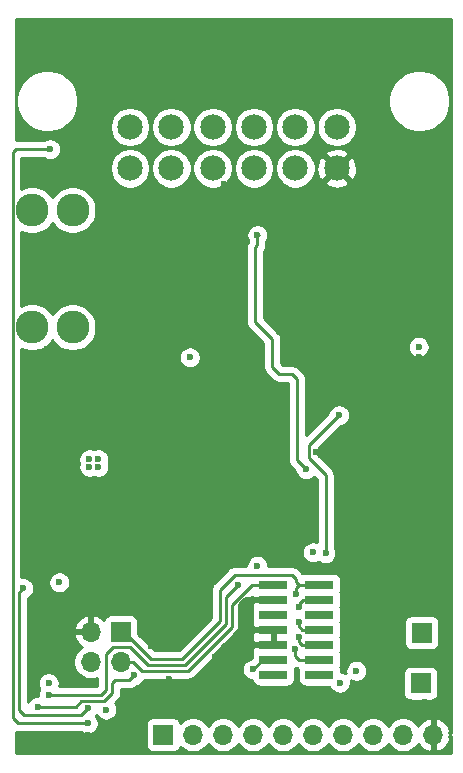
<source format=gbr>
G04 #@! TF.GenerationSoftware,KiCad,Pcbnew,(5.1.6)-1*
G04 #@! TF.CreationDate,2021-01-27T01:30:11-05:00*
G04 #@! TF.ProjectId,wideband_controller,77696465-6261-46e6-945f-636f6e74726f,rev?*
G04 #@! TF.SameCoordinates,Original*
G04 #@! TF.FileFunction,Copper,L4,Bot*
G04 #@! TF.FilePolarity,Positive*
%FSLAX46Y46*%
G04 Gerber Fmt 4.6, Leading zero omitted, Abs format (unit mm)*
G04 Created by KiCad (PCBNEW (5.1.6)-1) date 2021-01-27 01:30:11*
%MOMM*%
%LPD*%
G01*
G04 APERTURE LIST*
G04 #@! TA.AperFunction,ComponentPad*
%ADD10R,1.700000X1.700000*%
G04 #@! TD*
G04 #@! TA.AperFunction,ComponentPad*
%ADD11O,1.700000X1.700000*%
G04 #@! TD*
G04 #@! TA.AperFunction,ComponentPad*
%ADD12C,2.150000*%
G04 #@! TD*
G04 #@! TA.AperFunction,SMDPad,CuDef*
%ADD13R,2.400000X0.740000*%
G04 #@! TD*
G04 #@! TA.AperFunction,ComponentPad*
%ADD14C,2.780000*%
G04 #@! TD*
G04 #@! TA.AperFunction,ViaPad*
%ADD15C,0.700000*%
G04 #@! TD*
G04 #@! TA.AperFunction,ViaPad*
%ADD16C,0.600000*%
G04 #@! TD*
G04 #@! TA.AperFunction,Conductor*
%ADD17C,0.500000*%
G04 #@! TD*
G04 #@! TA.AperFunction,Conductor*
%ADD18C,0.250000*%
G04 #@! TD*
G04 #@! TA.AperFunction,Conductor*
%ADD19C,0.254000*%
G04 #@! TD*
G04 APERTURE END LIST*
D10*
X142849600Y-107086400D03*
X142938500Y-102806500D03*
D11*
X143916400Y-111455200D03*
X141376400Y-111455200D03*
X138836400Y-111455200D03*
X136296400Y-111455200D03*
X133756400Y-111455200D03*
X131216400Y-111455200D03*
X128676400Y-111455200D03*
X126136400Y-111455200D03*
X123596400Y-111455200D03*
D10*
X121056400Y-111455200D03*
D11*
X114935000Y-105283000D03*
X114935000Y-102743000D03*
X117475000Y-105283000D03*
D10*
X117475000Y-102743000D03*
D12*
X125250000Y-60000000D03*
X121750000Y-60000000D03*
X128750000Y-60000000D03*
X132250000Y-60000000D03*
X135750000Y-60000000D03*
X118250000Y-60000000D03*
X118250000Y-63500000D03*
X121750000Y-63500000D03*
X125250000Y-63500000D03*
X128750000Y-63500000D03*
X132250000Y-63500000D03*
X135750000Y-63500000D03*
D13*
X134284000Y-98742500D03*
X130384000Y-98742500D03*
X134284000Y-100012500D03*
X130384000Y-100012500D03*
X134284000Y-101282500D03*
X130384000Y-101282500D03*
X134284000Y-102552500D03*
X130384000Y-102552500D03*
X134284000Y-103822500D03*
X130384000Y-103822500D03*
X134284000Y-105092500D03*
X130384000Y-105092500D03*
X134284000Y-106362500D03*
X130384000Y-106362500D03*
D14*
X113382000Y-67042000D03*
X109982000Y-67042000D03*
X113382000Y-76962000D03*
X109982000Y-76962000D03*
D15*
X119380000Y-67564000D03*
X121920000Y-67564000D03*
X116840000Y-67564000D03*
X118618000Y-85344000D03*
X116205000Y-85344000D03*
D16*
X137858500Y-76555600D03*
X120269000Y-76136500D03*
X128397000Y-89662000D03*
X135826500Y-96075500D03*
X141414500Y-80899000D03*
X139827000Y-80137000D03*
X133985000Y-87503000D03*
X131699000Y-73025000D03*
X138988800Y-74930000D03*
X130937000Y-64770000D03*
X125222000Y-84709000D03*
X124206000Y-78740000D03*
X127203200Y-83007200D03*
X135890000Y-93789500D03*
X131127500Y-88074500D03*
X126238000Y-64833500D03*
X134556500Y-108394500D03*
X140817600Y-102235000D03*
X131699000Y-96456500D03*
X125222000Y-97637600D03*
X142240000Y-100584000D03*
X141351000Y-76708000D03*
X140335000Y-88646000D03*
X129032000Y-107950000D03*
X109321600Y-96164400D03*
X125476000Y-104902000D03*
X138328400Y-104038400D03*
X140766800Y-105562400D03*
X137350500Y-107632500D03*
X124917200Y-109626400D03*
X121564400Y-106730800D03*
X116230400Y-110540800D03*
X109347000Y-63754000D03*
X110490000Y-63754000D03*
D15*
X110363000Y-86550500D03*
X111506000Y-86614000D03*
X112649000Y-86550500D03*
D16*
X118008400Y-91440000D03*
X116840000Y-91440000D03*
X115570000Y-91440000D03*
X114300000Y-91440000D03*
X113080800Y-92303600D03*
X114300000Y-92710000D03*
X115570000Y-92710000D03*
X115570000Y-93980000D03*
X114300000Y-93980000D03*
X114300000Y-95250000D03*
X115570000Y-95250000D03*
X116840000Y-100330000D03*
X118110000Y-100330000D03*
X119380000Y-100330000D03*
X120650000Y-100330000D03*
X121920000Y-100330000D03*
X123190000Y-100330000D03*
X123190000Y-101600000D03*
X121920000Y-101600000D03*
X120650000Y-101600000D03*
X119380000Y-101600000D03*
X119380000Y-102870000D03*
X120650000Y-102870000D03*
X121920000Y-102870000D03*
X113030000Y-102870000D03*
X124460000Y-88138000D03*
X113995200Y-87325200D03*
X114046000Y-86207600D03*
X109220000Y-86360000D03*
X113792000Y-85090000D03*
X112268000Y-85090000D03*
X110744000Y-85090000D03*
X109220000Y-85090000D03*
X109270800Y-69850000D03*
X109270800Y-71120000D03*
X109270800Y-72390000D03*
X109270800Y-73660000D03*
X110490000Y-73660000D03*
X111760000Y-73660000D03*
X112928400Y-73660000D03*
X114096800Y-73660000D03*
X114096800Y-72390000D03*
X112928400Y-72390000D03*
X111760000Y-72390000D03*
X110490000Y-72390000D03*
X110490000Y-71120000D03*
X111760000Y-71120000D03*
X112928400Y-71120000D03*
X114096800Y-71120000D03*
X114096800Y-69850000D03*
X112928400Y-69850000D03*
X111760000Y-69850000D03*
X110490000Y-69850000D03*
X114300000Y-82550000D03*
X109270800Y-83820000D03*
X110388400Y-84023200D03*
X111658400Y-84023200D03*
X112928400Y-84023200D03*
X114300000Y-83820000D03*
X118516400Y-80873600D03*
X132080000Y-78740000D03*
X131508500Y-79756000D03*
X133350000Y-80010000D03*
X134620000Y-80010000D03*
X134620000Y-81280000D03*
X135890000Y-82550000D03*
X137160000Y-83820000D03*
X138430000Y-85090000D03*
X139700000Y-83820000D03*
X138430000Y-83820000D03*
X142697200Y-79502000D03*
X140970000Y-90170000D03*
X138430000Y-90424000D03*
X141224000Y-91948000D03*
X142240000Y-82804000D03*
X143510000Y-81026000D03*
X144272000Y-83312000D03*
X144424400Y-88341200D03*
X144424400Y-90360500D03*
X144475200Y-92392500D03*
X144475200Y-94424500D03*
X144424400Y-96469200D03*
X144424400Y-98450400D03*
X144475200Y-100380800D03*
X139700000Y-107696000D03*
X140970000Y-107696000D03*
X141986000Y-108712000D03*
X143256000Y-108712000D03*
X144526000Y-108712000D03*
X141414500Y-97790000D03*
X141414500Y-96266000D03*
X141414500Y-94615000D03*
X135572500Y-74485500D03*
X111760000Y-74866500D03*
X112991900Y-74739500D03*
X114096800Y-74803000D03*
X110490000Y-74739500D03*
X109283500Y-74739500D03*
X118618000Y-82397600D03*
X116459000Y-82486500D03*
X120142000Y-82296000D03*
X112166400Y-79400400D03*
X110591600Y-79857600D03*
X111252000Y-78790800D03*
X109270800Y-79057500D03*
X109270800Y-80010000D03*
X112064800Y-93573600D03*
X118618000Y-92100400D03*
X113284000Y-95961200D03*
X115925600Y-101396800D03*
X113741200Y-101396800D03*
X113741200Y-103987600D03*
X120040400Y-103936800D03*
X114655600Y-111455200D03*
X130302000Y-76504800D03*
X129997200Y-72186800D03*
X115570000Y-96570800D03*
X114300000Y-96570800D03*
X113842800Y-97485200D03*
X114858800Y-97637600D03*
X123037600Y-102717600D03*
X121259600Y-103936800D03*
X117500400Y-101142800D03*
X117449600Y-99568000D03*
X118770400Y-99568000D03*
X120040400Y-99618800D03*
X121259600Y-99618800D03*
X122580400Y-99568000D03*
X121259600Y-100990400D03*
X119938800Y-100939600D03*
X122529600Y-100939600D03*
X122478800Y-102209600D03*
X121310400Y-102209600D03*
X119989600Y-102209600D03*
X118567200Y-101142800D03*
X114909600Y-95910400D03*
X114909600Y-94640400D03*
X114909600Y-93370400D03*
X114909600Y-92100400D03*
X116281200Y-92100400D03*
X117398800Y-92100400D03*
X114960400Y-90830400D03*
X119786400Y-92202000D03*
X121005600Y-92202000D03*
X122123200Y-92202000D03*
X113233200Y-93726000D03*
X119227600Y-91440000D03*
X118618000Y-90830400D03*
X119837200Y-81280000D03*
X135890000Y-65430400D03*
X129032000Y-69151500D03*
X133159500Y-88963500D03*
X142684500Y-78613000D03*
X123317000Y-79502000D03*
X115570000Y-88773000D03*
X115570000Y-88138000D03*
X116230400Y-109321600D03*
X114808000Y-88138000D03*
X114808000Y-88773000D03*
X133731000Y-96012000D03*
X129032000Y-97155000D03*
X128651000Y-105918000D03*
X137414000Y-106045000D03*
X112268000Y-98552000D03*
X136017000Y-107061000D03*
X111353600Y-107086400D03*
X132524500Y-100647500D03*
X135953500Y-84391500D03*
X134810500Y-96075500D03*
X132334000Y-99568000D03*
X127355600Y-98806000D03*
X111353600Y-108102400D03*
X118618000Y-106426000D03*
X110439200Y-109067600D03*
X132588000Y-103187500D03*
X132207000Y-104203500D03*
X114655600Y-110490000D03*
X111483000Y-61872000D03*
X114655600Y-109220000D03*
X109220000Y-99060000D03*
X132524500Y-101917500D03*
D17*
X130384000Y-102552500D02*
X127635000Y-102552500D01*
X130384000Y-100012500D02*
X128079500Y-100012500D01*
X127635000Y-100457000D02*
X127635000Y-102552500D01*
X128079500Y-100012500D02*
X127635000Y-100457000D01*
X126365000Y-103822500D02*
X130384000Y-103822500D01*
X127635000Y-102552500D02*
X125476000Y-104902000D01*
X125476000Y-104902000D02*
X126365000Y-103822500D01*
D18*
X129143350Y-69151500D02*
X129032000Y-69151500D01*
X130873500Y-80899000D02*
X131953000Y-80899000D01*
X129032000Y-69977000D02*
X128841500Y-70167500D01*
X130302000Y-80327500D02*
X130873500Y-80899000D01*
X128841500Y-76517500D02*
X130302000Y-77978000D01*
X128841500Y-70167500D02*
X128841500Y-76517500D01*
X130302000Y-77978000D02*
X130302000Y-80327500D01*
X129032000Y-69151500D02*
X129032000Y-69977000D01*
X132397500Y-88201500D02*
X133159500Y-88963500D01*
X132397500Y-81343500D02*
X132397500Y-88201500D01*
X131953000Y-80899000D02*
X132397500Y-81343500D01*
X130384000Y-105092500D02*
X129476500Y-105092500D01*
X129476500Y-105092500D02*
X128651000Y-105918000D01*
X132524500Y-100647500D02*
X132524500Y-100393500D01*
X132905500Y-100012500D02*
X134284000Y-100012500D01*
X132524500Y-100393500D02*
X132905500Y-100012500D01*
X133394899Y-86950101D02*
X135953500Y-84391500D01*
X133394899Y-88055899D02*
X133394899Y-86950101D01*
X134810500Y-89471500D02*
X133394899Y-88055899D01*
X134810500Y-96075500D02*
X134810500Y-89471500D01*
X132334000Y-99568000D02*
X132334000Y-98996500D01*
X132588000Y-98742500D02*
X134284000Y-98742500D01*
X132334000Y-98996500D02*
X132588000Y-98742500D01*
X122682000Y-105029000D02*
X120015000Y-105029000D01*
X125857000Y-101854000D02*
X122682000Y-105029000D01*
X125857000Y-99187000D02*
X125857000Y-101854000D01*
X117729000Y-102743000D02*
X117475000Y-102743000D01*
X127127000Y-97917000D02*
X125857000Y-99187000D01*
X120015000Y-105029000D02*
X117729000Y-102743000D01*
X132524500Y-98742500D02*
X132334000Y-98552000D01*
X132588000Y-98742500D02*
X132524500Y-98742500D01*
X132334000Y-98552000D02*
X132334000Y-98298000D01*
X132334000Y-98298000D02*
X131953000Y-97917000D01*
X131953000Y-97917000D02*
X127127000Y-97917000D01*
X117475000Y-105283000D02*
X118541800Y-105283000D01*
X119278400Y-106019600D02*
X123190000Y-106019600D01*
X128585670Y-98742500D02*
X130384000Y-98742500D01*
X118541800Y-105283000D02*
X119278400Y-106019600D01*
X123190000Y-106019600D02*
X126898400Y-102311200D01*
X126898400Y-100429770D02*
X128585670Y-98742500D01*
X126898400Y-102311200D02*
X126898400Y-100429770D01*
X122936000Y-105537000D02*
X126390400Y-102082600D01*
X126390400Y-102082600D02*
X126390400Y-99771200D01*
X119761000Y-105537000D02*
X122936000Y-105537000D01*
X118237000Y-104013000D02*
X119761000Y-105537000D01*
X116840000Y-104013000D02*
X118237000Y-104013000D01*
X126390400Y-99771200D02*
X127355600Y-98806000D01*
X116205000Y-104648000D02*
X116840000Y-104013000D01*
X111353600Y-108102400D02*
X115773200Y-108102400D01*
X115773200Y-108102400D02*
X116205000Y-107670600D01*
X116205000Y-106756200D02*
X116205000Y-106705400D01*
X116205000Y-107670600D02*
X116205000Y-106705400D01*
X116205000Y-106705400D02*
X116205000Y-104648000D01*
X110540800Y-108966000D02*
X110439200Y-109067600D01*
X118186200Y-106857800D02*
X118618000Y-106426000D01*
X117017800Y-106857800D02*
X118186200Y-106857800D01*
X116763800Y-107924600D02*
X116763800Y-107111800D01*
X114128101Y-108629899D02*
X116058501Y-108629899D01*
X116763800Y-107111800D02*
X117017800Y-106857800D01*
X116058501Y-108629899D02*
X116763800Y-107924600D01*
X113690400Y-109067600D02*
X114128101Y-108629899D01*
X110439200Y-109067600D02*
X113690400Y-109067600D01*
X134284000Y-103822500D02*
X133159500Y-103822500D01*
X132588000Y-103632000D02*
X132778500Y-103822500D01*
X132778500Y-103822500D02*
X134284000Y-103822500D01*
X132588000Y-103187500D02*
X132588000Y-103632000D01*
X132207000Y-104775000D02*
X132207000Y-104203500D01*
X134284000Y-105092500D02*
X132524500Y-105092500D01*
X132524500Y-105092500D02*
X132207000Y-104775000D01*
X108762800Y-110490000D02*
X108301899Y-110029099D01*
X108301899Y-62132101D02*
X108562000Y-61872000D01*
X108301899Y-110029099D02*
X108301899Y-62132101D01*
X108562000Y-61872000D02*
X111483000Y-61872000D01*
X114655600Y-110490000D02*
X112776000Y-110490000D01*
X112776000Y-110490000D02*
X108762800Y-110490000D01*
X108839000Y-99441000D02*
X109220000Y-99060000D01*
X108839000Y-109347000D02*
X108839000Y-99441000D01*
X109270800Y-109778800D02*
X108839000Y-109347000D01*
X114655600Y-109220000D02*
X114096800Y-109778800D01*
X114096800Y-109778800D02*
X113842800Y-109778800D01*
X113842800Y-109778800D02*
X109270800Y-109778800D01*
X132524500Y-102235000D02*
X132524500Y-101917500D01*
X134284000Y-102552500D02*
X132842000Y-102552500D01*
X132842000Y-102552500D02*
X132524500Y-102235000D01*
D19*
G36*
X145390000Y-111328198D02*
G01*
X145237215Y-111328198D01*
X145357881Y-111098309D01*
X145260557Y-110823948D01*
X145111578Y-110573845D01*
X144916669Y-110357612D01*
X144683320Y-110183559D01*
X144420499Y-110058375D01*
X144273290Y-110013724D01*
X144043400Y-110135045D01*
X144043400Y-111328200D01*
X144063400Y-111328200D01*
X144063400Y-111582200D01*
X144043400Y-111582200D01*
X144043400Y-112775355D01*
X144273290Y-112896676D01*
X144420499Y-112852025D01*
X144683320Y-112726841D01*
X144916669Y-112552788D01*
X145111578Y-112336555D01*
X145260557Y-112086452D01*
X145357881Y-111812091D01*
X145237215Y-111582202D01*
X145390000Y-111582202D01*
X145390000Y-113005000D01*
X108610000Y-113005000D01*
X108610000Y-111237846D01*
X108613814Y-111239003D01*
X108725467Y-111250000D01*
X108725476Y-111250000D01*
X108762799Y-111253676D01*
X108800122Y-111250000D01*
X114110065Y-111250000D01*
X114212711Y-111318586D01*
X114382871Y-111389068D01*
X114563511Y-111425000D01*
X114747689Y-111425000D01*
X114928329Y-111389068D01*
X115098489Y-111318586D01*
X115251628Y-111216262D01*
X115381862Y-111086028D01*
X115484186Y-110932889D01*
X115554668Y-110762729D01*
X115586002Y-110605200D01*
X119568328Y-110605200D01*
X119568328Y-112305200D01*
X119580588Y-112429682D01*
X119616898Y-112549380D01*
X119675863Y-112659694D01*
X119755215Y-112756385D01*
X119851906Y-112835737D01*
X119962220Y-112894702D01*
X120081918Y-112931012D01*
X120206400Y-112943272D01*
X121906400Y-112943272D01*
X122030882Y-112931012D01*
X122150580Y-112894702D01*
X122260894Y-112835737D01*
X122357585Y-112756385D01*
X122436937Y-112659694D01*
X122495902Y-112549380D01*
X122517913Y-112476820D01*
X122649768Y-112608675D01*
X122892989Y-112771190D01*
X123163242Y-112883132D01*
X123450140Y-112940200D01*
X123742660Y-112940200D01*
X124029558Y-112883132D01*
X124299811Y-112771190D01*
X124543032Y-112608675D01*
X124749875Y-112401832D01*
X124866400Y-112227440D01*
X124982925Y-112401832D01*
X125189768Y-112608675D01*
X125432989Y-112771190D01*
X125703242Y-112883132D01*
X125990140Y-112940200D01*
X126282660Y-112940200D01*
X126569558Y-112883132D01*
X126839811Y-112771190D01*
X127083032Y-112608675D01*
X127289875Y-112401832D01*
X127406400Y-112227440D01*
X127522925Y-112401832D01*
X127729768Y-112608675D01*
X127972989Y-112771190D01*
X128243242Y-112883132D01*
X128530140Y-112940200D01*
X128822660Y-112940200D01*
X129109558Y-112883132D01*
X129379811Y-112771190D01*
X129623032Y-112608675D01*
X129829875Y-112401832D01*
X129946400Y-112227440D01*
X130062925Y-112401832D01*
X130269768Y-112608675D01*
X130512989Y-112771190D01*
X130783242Y-112883132D01*
X131070140Y-112940200D01*
X131362660Y-112940200D01*
X131649558Y-112883132D01*
X131919811Y-112771190D01*
X132163032Y-112608675D01*
X132369875Y-112401832D01*
X132486400Y-112227440D01*
X132602925Y-112401832D01*
X132809768Y-112608675D01*
X133052989Y-112771190D01*
X133323242Y-112883132D01*
X133610140Y-112940200D01*
X133902660Y-112940200D01*
X134189558Y-112883132D01*
X134459811Y-112771190D01*
X134703032Y-112608675D01*
X134909875Y-112401832D01*
X135026400Y-112227440D01*
X135142925Y-112401832D01*
X135349768Y-112608675D01*
X135592989Y-112771190D01*
X135863242Y-112883132D01*
X136150140Y-112940200D01*
X136442660Y-112940200D01*
X136729558Y-112883132D01*
X136999811Y-112771190D01*
X137243032Y-112608675D01*
X137449875Y-112401832D01*
X137566400Y-112227440D01*
X137682925Y-112401832D01*
X137889768Y-112608675D01*
X138132989Y-112771190D01*
X138403242Y-112883132D01*
X138690140Y-112940200D01*
X138982660Y-112940200D01*
X139269558Y-112883132D01*
X139539811Y-112771190D01*
X139783032Y-112608675D01*
X139989875Y-112401832D01*
X140106400Y-112227440D01*
X140222925Y-112401832D01*
X140429768Y-112608675D01*
X140672989Y-112771190D01*
X140943242Y-112883132D01*
X141230140Y-112940200D01*
X141522660Y-112940200D01*
X141809558Y-112883132D01*
X142079811Y-112771190D01*
X142323032Y-112608675D01*
X142529875Y-112401832D01*
X142651595Y-112219666D01*
X142721222Y-112336555D01*
X142916131Y-112552788D01*
X143149480Y-112726841D01*
X143412301Y-112852025D01*
X143559510Y-112896676D01*
X143789400Y-112775355D01*
X143789400Y-111582200D01*
X143769400Y-111582200D01*
X143769400Y-111328200D01*
X143789400Y-111328200D01*
X143789400Y-110135045D01*
X143559510Y-110013724D01*
X143412301Y-110058375D01*
X143149480Y-110183559D01*
X142916131Y-110357612D01*
X142721222Y-110573845D01*
X142651595Y-110690734D01*
X142529875Y-110508568D01*
X142323032Y-110301725D01*
X142079811Y-110139210D01*
X141809558Y-110027268D01*
X141522660Y-109970200D01*
X141230140Y-109970200D01*
X140943242Y-110027268D01*
X140672989Y-110139210D01*
X140429768Y-110301725D01*
X140222925Y-110508568D01*
X140106400Y-110682960D01*
X139989875Y-110508568D01*
X139783032Y-110301725D01*
X139539811Y-110139210D01*
X139269558Y-110027268D01*
X138982660Y-109970200D01*
X138690140Y-109970200D01*
X138403242Y-110027268D01*
X138132989Y-110139210D01*
X137889768Y-110301725D01*
X137682925Y-110508568D01*
X137566400Y-110682960D01*
X137449875Y-110508568D01*
X137243032Y-110301725D01*
X136999811Y-110139210D01*
X136729558Y-110027268D01*
X136442660Y-109970200D01*
X136150140Y-109970200D01*
X135863242Y-110027268D01*
X135592989Y-110139210D01*
X135349768Y-110301725D01*
X135142925Y-110508568D01*
X135026400Y-110682960D01*
X134909875Y-110508568D01*
X134703032Y-110301725D01*
X134459811Y-110139210D01*
X134189558Y-110027268D01*
X133902660Y-109970200D01*
X133610140Y-109970200D01*
X133323242Y-110027268D01*
X133052989Y-110139210D01*
X132809768Y-110301725D01*
X132602925Y-110508568D01*
X132486400Y-110682960D01*
X132369875Y-110508568D01*
X132163032Y-110301725D01*
X131919811Y-110139210D01*
X131649558Y-110027268D01*
X131362660Y-109970200D01*
X131070140Y-109970200D01*
X130783242Y-110027268D01*
X130512989Y-110139210D01*
X130269768Y-110301725D01*
X130062925Y-110508568D01*
X129946400Y-110682960D01*
X129829875Y-110508568D01*
X129623032Y-110301725D01*
X129379811Y-110139210D01*
X129109558Y-110027268D01*
X128822660Y-109970200D01*
X128530140Y-109970200D01*
X128243242Y-110027268D01*
X127972989Y-110139210D01*
X127729768Y-110301725D01*
X127522925Y-110508568D01*
X127406400Y-110682960D01*
X127289875Y-110508568D01*
X127083032Y-110301725D01*
X126839811Y-110139210D01*
X126569558Y-110027268D01*
X126282660Y-109970200D01*
X125990140Y-109970200D01*
X125703242Y-110027268D01*
X125432989Y-110139210D01*
X125189768Y-110301725D01*
X124982925Y-110508568D01*
X124866400Y-110682960D01*
X124749875Y-110508568D01*
X124543032Y-110301725D01*
X124299811Y-110139210D01*
X124029558Y-110027268D01*
X123742660Y-109970200D01*
X123450140Y-109970200D01*
X123163242Y-110027268D01*
X122892989Y-110139210D01*
X122649768Y-110301725D01*
X122517913Y-110433580D01*
X122495902Y-110361020D01*
X122436937Y-110250706D01*
X122357585Y-110154015D01*
X122260894Y-110074663D01*
X122150580Y-110015698D01*
X122030882Y-109979388D01*
X121906400Y-109967128D01*
X120206400Y-109967128D01*
X120081918Y-109979388D01*
X119962220Y-110015698D01*
X119851906Y-110074663D01*
X119755215Y-110154015D01*
X119675863Y-110250706D01*
X119616898Y-110361020D01*
X119580588Y-110480718D01*
X119568328Y-110605200D01*
X115586002Y-110605200D01*
X115590600Y-110582089D01*
X115590600Y-110397911D01*
X115554668Y-110217271D01*
X115484186Y-110047111D01*
X115381862Y-109893972D01*
X115342890Y-109855000D01*
X115381862Y-109816028D01*
X115409057Y-109775328D01*
X115504138Y-109917628D01*
X115634372Y-110047862D01*
X115787511Y-110150186D01*
X115957671Y-110220668D01*
X116138311Y-110256600D01*
X116322489Y-110256600D01*
X116503129Y-110220668D01*
X116673289Y-110150186D01*
X116826428Y-110047862D01*
X116956662Y-109917628D01*
X117058986Y-109764489D01*
X117129468Y-109594329D01*
X117165400Y-109413689D01*
X117165400Y-109229511D01*
X117129468Y-109048871D01*
X117058986Y-108878711D01*
X116989093Y-108774109D01*
X117274809Y-108488394D01*
X117303801Y-108464601D01*
X117327595Y-108435608D01*
X117327599Y-108435604D01*
X117398773Y-108348877D01*
X117398774Y-108348876D01*
X117469346Y-108216847D01*
X117512803Y-108073586D01*
X117523800Y-107961933D01*
X117523800Y-107961924D01*
X117527476Y-107924601D01*
X117523800Y-107887278D01*
X117523800Y-107617800D01*
X118148878Y-107617800D01*
X118186200Y-107621476D01*
X118223522Y-107617800D01*
X118223533Y-107617800D01*
X118335186Y-107606803D01*
X118478447Y-107563346D01*
X118610476Y-107492774D01*
X118726201Y-107397801D01*
X118750003Y-107368798D01*
X118769648Y-107349153D01*
X118890729Y-107325068D01*
X119060889Y-107254586D01*
X119214028Y-107152262D01*
X119344262Y-107022028D01*
X119446586Y-106868889D01*
X119483570Y-106779600D01*
X123152678Y-106779600D01*
X123190000Y-106783276D01*
X123227322Y-106779600D01*
X123227333Y-106779600D01*
X123338986Y-106768603D01*
X123482247Y-106725146D01*
X123614276Y-106654574D01*
X123730001Y-106559601D01*
X123753804Y-106530597D01*
X127361901Y-102922500D01*
X128545928Y-102922500D01*
X128558188Y-103046982D01*
X128594498Y-103166680D01*
X128605627Y-103187500D01*
X128594498Y-103208320D01*
X128558188Y-103328018D01*
X128545928Y-103452500D01*
X128549000Y-103536750D01*
X128707750Y-103695500D01*
X130257000Y-103695500D01*
X130257000Y-102679500D01*
X128707750Y-102679500D01*
X128549000Y-102838250D01*
X128545928Y-102922500D01*
X127361901Y-102922500D01*
X127409404Y-102874998D01*
X127438401Y-102851201D01*
X127533374Y-102735476D01*
X127603946Y-102603447D01*
X127647403Y-102460186D01*
X127658400Y-102348533D01*
X127658400Y-102348532D01*
X127662077Y-102311200D01*
X127658400Y-102273867D01*
X127658400Y-100744571D01*
X128612611Y-99790361D01*
X128707750Y-99885500D01*
X130257000Y-99885500D01*
X130257000Y-99865500D01*
X130511000Y-99865500D01*
X130511000Y-99885500D01*
X130531000Y-99885500D01*
X130531000Y-100139500D01*
X130511000Y-100139500D01*
X130511000Y-100159500D01*
X130257000Y-100159500D01*
X130257000Y-100139500D01*
X128707750Y-100139500D01*
X128549000Y-100298250D01*
X128545928Y-100382500D01*
X128558188Y-100506982D01*
X128594498Y-100626680D01*
X128605627Y-100647500D01*
X128594498Y-100668320D01*
X128558188Y-100788018D01*
X128545928Y-100912500D01*
X128545928Y-101652500D01*
X128558188Y-101776982D01*
X128594498Y-101896680D01*
X128605627Y-101917500D01*
X128594498Y-101938320D01*
X128558188Y-102058018D01*
X128545928Y-102182500D01*
X128549000Y-102266750D01*
X128707750Y-102425500D01*
X130257000Y-102425500D01*
X130257000Y-102405500D01*
X130511000Y-102405500D01*
X130511000Y-102425500D01*
X130531000Y-102425500D01*
X130531000Y-102679500D01*
X130511000Y-102679500D01*
X130511000Y-103695500D01*
X130531000Y-103695500D01*
X130531000Y-103949500D01*
X130511000Y-103949500D01*
X130511000Y-103969500D01*
X130257000Y-103969500D01*
X130257000Y-103949500D01*
X128707750Y-103949500D01*
X128549000Y-104108250D01*
X128545928Y-104192500D01*
X128558188Y-104316982D01*
X128594498Y-104436680D01*
X128605627Y-104457500D01*
X128594498Y-104478320D01*
X128558188Y-104598018D01*
X128545928Y-104722500D01*
X128545928Y-104948270D01*
X128499351Y-104994847D01*
X128378271Y-105018932D01*
X128208111Y-105089414D01*
X128054972Y-105191738D01*
X127924738Y-105321972D01*
X127822414Y-105475111D01*
X127751932Y-105645271D01*
X127716000Y-105825911D01*
X127716000Y-106010089D01*
X127751932Y-106190729D01*
X127822414Y-106360889D01*
X127924738Y-106514028D01*
X128054972Y-106644262D01*
X128208111Y-106746586D01*
X128378271Y-106817068D01*
X128557774Y-106852774D01*
X128558188Y-106856982D01*
X128594498Y-106976680D01*
X128653463Y-107086994D01*
X128732815Y-107183685D01*
X128829506Y-107263037D01*
X128939820Y-107322002D01*
X129059518Y-107358312D01*
X129184000Y-107370572D01*
X131584000Y-107370572D01*
X131708482Y-107358312D01*
X131828180Y-107322002D01*
X131938494Y-107263037D01*
X132035185Y-107183685D01*
X132114537Y-107086994D01*
X132173502Y-106976680D01*
X132209812Y-106856982D01*
X132222072Y-106732500D01*
X132222072Y-105992500D01*
X132209812Y-105868018D01*
X132180136Y-105770188D01*
X132232253Y-105798046D01*
X132375514Y-105841503D01*
X132463599Y-105850179D01*
X132458188Y-105868018D01*
X132445928Y-105992500D01*
X132445928Y-106732500D01*
X132458188Y-106856982D01*
X132494498Y-106976680D01*
X132553463Y-107086994D01*
X132632815Y-107183685D01*
X132729506Y-107263037D01*
X132839820Y-107322002D01*
X132959518Y-107358312D01*
X133084000Y-107370572D01*
X135133193Y-107370572D01*
X135188414Y-107503889D01*
X135290738Y-107657028D01*
X135420972Y-107787262D01*
X135574111Y-107889586D01*
X135744271Y-107960068D01*
X135924911Y-107996000D01*
X136109089Y-107996000D01*
X136289729Y-107960068D01*
X136459889Y-107889586D01*
X136613028Y-107787262D01*
X136743262Y-107657028D01*
X136845586Y-107503889D01*
X136916068Y-107333729D01*
X136952000Y-107153089D01*
X136952000Y-106968911D01*
X136927203Y-106844247D01*
X136971111Y-106873586D01*
X137141271Y-106944068D01*
X137321911Y-106980000D01*
X137506089Y-106980000D01*
X137686729Y-106944068D01*
X137856889Y-106873586D01*
X138010028Y-106771262D01*
X138140262Y-106641028D01*
X138242586Y-106487889D01*
X138313068Y-106317729D01*
X138329245Y-106236400D01*
X141361528Y-106236400D01*
X141361528Y-107936400D01*
X141373788Y-108060882D01*
X141410098Y-108180580D01*
X141469063Y-108290894D01*
X141548415Y-108387585D01*
X141645106Y-108466937D01*
X141755420Y-108525902D01*
X141875118Y-108562212D01*
X141999600Y-108574472D01*
X143699600Y-108574472D01*
X143824082Y-108562212D01*
X143943780Y-108525902D01*
X144054094Y-108466937D01*
X144150785Y-108387585D01*
X144230137Y-108290894D01*
X144289102Y-108180580D01*
X144325412Y-108060882D01*
X144337672Y-107936400D01*
X144337672Y-106236400D01*
X144325412Y-106111918D01*
X144289102Y-105992220D01*
X144230137Y-105881906D01*
X144150785Y-105785215D01*
X144054094Y-105705863D01*
X143943780Y-105646898D01*
X143824082Y-105610588D01*
X143699600Y-105598328D01*
X141999600Y-105598328D01*
X141875118Y-105610588D01*
X141755420Y-105646898D01*
X141645106Y-105705863D01*
X141548415Y-105785215D01*
X141469063Y-105881906D01*
X141410098Y-105992220D01*
X141373788Y-106111918D01*
X141361528Y-106236400D01*
X138329245Y-106236400D01*
X138349000Y-106137089D01*
X138349000Y-105952911D01*
X138313068Y-105772271D01*
X138242586Y-105602111D01*
X138140262Y-105448972D01*
X138010028Y-105318738D01*
X137856889Y-105216414D01*
X137686729Y-105145932D01*
X137506089Y-105110000D01*
X137321911Y-105110000D01*
X137141271Y-105145932D01*
X136971111Y-105216414D01*
X136817972Y-105318738D01*
X136687738Y-105448972D01*
X136585414Y-105602111D01*
X136514932Y-105772271D01*
X136479000Y-105952911D01*
X136479000Y-106137089D01*
X136503797Y-106261753D01*
X136459889Y-106232414D01*
X136289729Y-106161932D01*
X136122072Y-106128583D01*
X136122072Y-105992500D01*
X136109812Y-105868018D01*
X136073502Y-105748320D01*
X136062373Y-105727500D01*
X136073502Y-105706680D01*
X136109812Y-105586982D01*
X136122072Y-105462500D01*
X136122072Y-104722500D01*
X136109812Y-104598018D01*
X136073502Y-104478320D01*
X136062373Y-104457500D01*
X136073502Y-104436680D01*
X136109812Y-104316982D01*
X136122072Y-104192500D01*
X136122072Y-103452500D01*
X136109812Y-103328018D01*
X136073502Y-103208320D01*
X136062373Y-103187500D01*
X136073502Y-103166680D01*
X136109812Y-103046982D01*
X136122072Y-102922500D01*
X136122072Y-102182500D01*
X136109812Y-102058018D01*
X136079017Y-101956500D01*
X141450428Y-101956500D01*
X141450428Y-103656500D01*
X141462688Y-103780982D01*
X141498998Y-103900680D01*
X141557963Y-104010994D01*
X141637315Y-104107685D01*
X141734006Y-104187037D01*
X141844320Y-104246002D01*
X141964018Y-104282312D01*
X142088500Y-104294572D01*
X143788500Y-104294572D01*
X143912982Y-104282312D01*
X144032680Y-104246002D01*
X144142994Y-104187037D01*
X144239685Y-104107685D01*
X144319037Y-104010994D01*
X144378002Y-103900680D01*
X144414312Y-103780982D01*
X144426572Y-103656500D01*
X144426572Y-101956500D01*
X144414312Y-101832018D01*
X144378002Y-101712320D01*
X144319037Y-101602006D01*
X144239685Y-101505315D01*
X144142994Y-101425963D01*
X144032680Y-101366998D01*
X143912982Y-101330688D01*
X143788500Y-101318428D01*
X142088500Y-101318428D01*
X141964018Y-101330688D01*
X141844320Y-101366998D01*
X141734006Y-101425963D01*
X141637315Y-101505315D01*
X141557963Y-101602006D01*
X141498998Y-101712320D01*
X141462688Y-101832018D01*
X141450428Y-101956500D01*
X136079017Y-101956500D01*
X136073502Y-101938320D01*
X136062373Y-101917500D01*
X136073502Y-101896680D01*
X136109812Y-101776982D01*
X136122072Y-101652500D01*
X136122072Y-100912500D01*
X136109812Y-100788018D01*
X136073502Y-100668320D01*
X136062373Y-100647500D01*
X136073502Y-100626680D01*
X136109812Y-100506982D01*
X136122072Y-100382500D01*
X136122072Y-99642500D01*
X136109812Y-99518018D01*
X136073502Y-99398320D01*
X136062373Y-99377500D01*
X136073502Y-99356680D01*
X136109812Y-99236982D01*
X136122072Y-99112500D01*
X136122072Y-98372500D01*
X136109812Y-98248018D01*
X136073502Y-98128320D01*
X136014537Y-98018006D01*
X135935185Y-97921315D01*
X135838494Y-97841963D01*
X135728180Y-97782998D01*
X135608482Y-97746688D01*
X135484000Y-97734428D01*
X133084000Y-97734428D01*
X132959518Y-97746688D01*
X132883614Y-97769713D01*
X132874001Y-97757999D01*
X132844997Y-97734196D01*
X132516804Y-97406003D01*
X132493001Y-97376999D01*
X132377276Y-97282026D01*
X132245247Y-97211454D01*
X132101986Y-97167997D01*
X131990333Y-97157000D01*
X131990322Y-97157000D01*
X131953000Y-97153324D01*
X131915678Y-97157000D01*
X129967000Y-97157000D01*
X129967000Y-97062911D01*
X129931068Y-96882271D01*
X129860586Y-96712111D01*
X129758262Y-96558972D01*
X129628028Y-96428738D01*
X129474889Y-96326414D01*
X129304729Y-96255932D01*
X129124089Y-96220000D01*
X128939911Y-96220000D01*
X128759271Y-96255932D01*
X128589111Y-96326414D01*
X128435972Y-96428738D01*
X128305738Y-96558972D01*
X128203414Y-96712111D01*
X128132932Y-96882271D01*
X128097000Y-97062911D01*
X128097000Y-97157000D01*
X127164322Y-97157000D01*
X127126999Y-97153324D01*
X127089676Y-97157000D01*
X127089667Y-97157000D01*
X126978014Y-97167997D01*
X126834753Y-97211454D01*
X126702724Y-97282026D01*
X126586999Y-97376999D01*
X126563201Y-97405997D01*
X125346003Y-98623196D01*
X125316999Y-98646999D01*
X125262086Y-98713911D01*
X125222026Y-98762724D01*
X125176704Y-98847515D01*
X125151454Y-98894754D01*
X125107997Y-99038015D01*
X125097000Y-99149668D01*
X125097000Y-99149678D01*
X125093324Y-99187000D01*
X125097000Y-99224323D01*
X125097001Y-101539197D01*
X122367199Y-104269000D01*
X120329802Y-104269000D01*
X118963072Y-102902271D01*
X118963072Y-101893000D01*
X118950812Y-101768518D01*
X118914502Y-101648820D01*
X118855537Y-101538506D01*
X118776185Y-101441815D01*
X118679494Y-101362463D01*
X118569180Y-101303498D01*
X118449482Y-101267188D01*
X118325000Y-101254928D01*
X116625000Y-101254928D01*
X116500518Y-101267188D01*
X116380820Y-101303498D01*
X116270506Y-101362463D01*
X116173815Y-101441815D01*
X116094463Y-101538506D01*
X116035498Y-101648820D01*
X116011034Y-101729466D01*
X115935269Y-101645412D01*
X115701920Y-101471359D01*
X115439099Y-101346175D01*
X115291890Y-101301524D01*
X115062000Y-101422845D01*
X115062000Y-102616000D01*
X115082000Y-102616000D01*
X115082000Y-102870000D01*
X115062000Y-102870000D01*
X115062000Y-102890000D01*
X114808000Y-102890000D01*
X114808000Y-102870000D01*
X113614186Y-102870000D01*
X113493519Y-103099891D01*
X113590843Y-103374252D01*
X113739822Y-103624355D01*
X113934731Y-103840588D01*
X114164406Y-104011900D01*
X113988368Y-104129525D01*
X113781525Y-104336368D01*
X113619010Y-104579589D01*
X113507068Y-104849842D01*
X113450000Y-105136740D01*
X113450000Y-105429260D01*
X113507068Y-105716158D01*
X113619010Y-105986411D01*
X113781525Y-106229632D01*
X113988368Y-106436475D01*
X114231589Y-106598990D01*
X114501842Y-106710932D01*
X114788740Y-106768000D01*
X115081260Y-106768000D01*
X115368158Y-106710932D01*
X115445000Y-106679103D01*
X115445000Y-106793532D01*
X115445001Y-106793541D01*
X115445000Y-107342400D01*
X112255996Y-107342400D01*
X112288600Y-107178489D01*
X112288600Y-106994311D01*
X112252668Y-106813671D01*
X112182186Y-106643511D01*
X112079862Y-106490372D01*
X111949628Y-106360138D01*
X111796489Y-106257814D01*
X111626329Y-106187332D01*
X111445689Y-106151400D01*
X111261511Y-106151400D01*
X111080871Y-106187332D01*
X110910711Y-106257814D01*
X110757572Y-106360138D01*
X110627338Y-106490372D01*
X110525014Y-106643511D01*
X110454532Y-106813671D01*
X110418600Y-106994311D01*
X110418600Y-107178489D01*
X110454532Y-107359129D01*
X110525014Y-107529289D01*
X110568520Y-107594400D01*
X110525014Y-107659511D01*
X110454532Y-107829671D01*
X110418600Y-108010311D01*
X110418600Y-108132600D01*
X110347111Y-108132600D01*
X110166471Y-108168532D01*
X109996311Y-108239014D01*
X109843172Y-108341338D01*
X109712938Y-108471572D01*
X109610614Y-108624711D01*
X109599000Y-108652750D01*
X109599000Y-102386109D01*
X113493519Y-102386109D01*
X113614186Y-102616000D01*
X114808000Y-102616000D01*
X114808000Y-101422845D01*
X114578110Y-101301524D01*
X114430901Y-101346175D01*
X114168080Y-101471359D01*
X113934731Y-101645412D01*
X113739822Y-101861645D01*
X113590843Y-102111748D01*
X113493519Y-102386109D01*
X109599000Y-102386109D01*
X109599000Y-99915049D01*
X109662889Y-99888586D01*
X109816028Y-99786262D01*
X109946262Y-99656028D01*
X110048586Y-99502889D01*
X110119068Y-99332729D01*
X110155000Y-99152089D01*
X110155000Y-98967911D01*
X110119068Y-98787271D01*
X110048586Y-98617111D01*
X109946262Y-98463972D01*
X109942201Y-98459911D01*
X111333000Y-98459911D01*
X111333000Y-98644089D01*
X111368932Y-98824729D01*
X111439414Y-98994889D01*
X111541738Y-99148028D01*
X111671972Y-99278262D01*
X111825111Y-99380586D01*
X111995271Y-99451068D01*
X112175911Y-99487000D01*
X112360089Y-99487000D01*
X112540729Y-99451068D01*
X112710889Y-99380586D01*
X112864028Y-99278262D01*
X112994262Y-99148028D01*
X113096586Y-98994889D01*
X113167068Y-98824729D01*
X113203000Y-98644089D01*
X113203000Y-98459911D01*
X113167068Y-98279271D01*
X113096586Y-98109111D01*
X112994262Y-97955972D01*
X112864028Y-97825738D01*
X112710889Y-97723414D01*
X112540729Y-97652932D01*
X112360089Y-97617000D01*
X112175911Y-97617000D01*
X111995271Y-97652932D01*
X111825111Y-97723414D01*
X111671972Y-97825738D01*
X111541738Y-97955972D01*
X111439414Y-98109111D01*
X111368932Y-98279271D01*
X111333000Y-98459911D01*
X109942201Y-98459911D01*
X109816028Y-98333738D01*
X109662889Y-98231414D01*
X109492729Y-98160932D01*
X109312089Y-98125000D01*
X109127911Y-98125000D01*
X109061899Y-98138131D01*
X109061899Y-88045911D01*
X113873000Y-88045911D01*
X113873000Y-88230089D01*
X113908932Y-88410729D01*
X113927477Y-88455500D01*
X113908932Y-88500271D01*
X113873000Y-88680911D01*
X113873000Y-88865089D01*
X113908932Y-89045729D01*
X113979414Y-89215889D01*
X114081738Y-89369028D01*
X114211972Y-89499262D01*
X114365111Y-89601586D01*
X114535271Y-89672068D01*
X114715911Y-89708000D01*
X114900089Y-89708000D01*
X115080729Y-89672068D01*
X115189000Y-89627221D01*
X115297271Y-89672068D01*
X115477911Y-89708000D01*
X115662089Y-89708000D01*
X115842729Y-89672068D01*
X116012889Y-89601586D01*
X116166028Y-89499262D01*
X116296262Y-89369028D01*
X116398586Y-89215889D01*
X116469068Y-89045729D01*
X116505000Y-88865089D01*
X116505000Y-88680911D01*
X116469068Y-88500271D01*
X116450523Y-88455500D01*
X116469068Y-88410729D01*
X116505000Y-88230089D01*
X116505000Y-88045911D01*
X116469068Y-87865271D01*
X116398586Y-87695111D01*
X116296262Y-87541972D01*
X116166028Y-87411738D01*
X116012889Y-87309414D01*
X115842729Y-87238932D01*
X115662089Y-87203000D01*
X115477911Y-87203000D01*
X115297271Y-87238932D01*
X115189000Y-87283779D01*
X115080729Y-87238932D01*
X114900089Y-87203000D01*
X114715911Y-87203000D01*
X114535271Y-87238932D01*
X114365111Y-87309414D01*
X114211972Y-87411738D01*
X114081738Y-87541972D01*
X113979414Y-87695111D01*
X113908932Y-87865271D01*
X113873000Y-88045911D01*
X109061899Y-88045911D01*
X109061899Y-79409911D01*
X122382000Y-79409911D01*
X122382000Y-79594089D01*
X122417932Y-79774729D01*
X122488414Y-79944889D01*
X122590738Y-80098028D01*
X122720972Y-80228262D01*
X122874111Y-80330586D01*
X123044271Y-80401068D01*
X123224911Y-80437000D01*
X123409089Y-80437000D01*
X123589729Y-80401068D01*
X123759889Y-80330586D01*
X123913028Y-80228262D01*
X124043262Y-80098028D01*
X124145586Y-79944889D01*
X124216068Y-79774729D01*
X124252000Y-79594089D01*
X124252000Y-79409911D01*
X124216068Y-79229271D01*
X124145586Y-79059111D01*
X124043262Y-78905972D01*
X123913028Y-78775738D01*
X123759889Y-78673414D01*
X123589729Y-78602932D01*
X123409089Y-78567000D01*
X123224911Y-78567000D01*
X123044271Y-78602932D01*
X122874111Y-78673414D01*
X122720972Y-78775738D01*
X122590738Y-78905972D01*
X122488414Y-79059111D01*
X122417932Y-79229271D01*
X122382000Y-79409911D01*
X109061899Y-79409911D01*
X109061899Y-78772726D01*
X109391329Y-78909180D01*
X109782555Y-78987000D01*
X110181445Y-78987000D01*
X110572671Y-78909180D01*
X110941197Y-78756532D01*
X111272862Y-78534920D01*
X111554920Y-78252862D01*
X111682000Y-78062674D01*
X111809080Y-78252862D01*
X112091138Y-78534920D01*
X112422803Y-78756532D01*
X112791329Y-78909180D01*
X113182555Y-78987000D01*
X113581445Y-78987000D01*
X113972671Y-78909180D01*
X114341197Y-78756532D01*
X114672862Y-78534920D01*
X114954920Y-78252862D01*
X115176532Y-77921197D01*
X115329180Y-77552671D01*
X115407000Y-77161445D01*
X115407000Y-76762555D01*
X115329180Y-76371329D01*
X115176532Y-76002803D01*
X114954920Y-75671138D01*
X114672862Y-75389080D01*
X114341197Y-75167468D01*
X113972671Y-75014820D01*
X113581445Y-74937000D01*
X113182555Y-74937000D01*
X112791329Y-75014820D01*
X112422803Y-75167468D01*
X112091138Y-75389080D01*
X111809080Y-75671138D01*
X111682000Y-75861326D01*
X111554920Y-75671138D01*
X111272862Y-75389080D01*
X110941197Y-75167468D01*
X110572671Y-75014820D01*
X110181445Y-74937000D01*
X109782555Y-74937000D01*
X109391329Y-75014820D01*
X109061899Y-75151274D01*
X109061899Y-70167500D01*
X128077824Y-70167500D01*
X128081500Y-70204823D01*
X128081501Y-76480168D01*
X128077824Y-76517500D01*
X128092498Y-76666485D01*
X128135954Y-76809746D01*
X128206526Y-76941776D01*
X128277701Y-77028502D01*
X128301500Y-77057501D01*
X128330498Y-77081299D01*
X129542000Y-78292802D01*
X129542001Y-80290168D01*
X129538324Y-80327500D01*
X129542001Y-80364833D01*
X129552825Y-80474724D01*
X129552998Y-80476485D01*
X129596454Y-80619746D01*
X129667026Y-80751776D01*
X129733274Y-80832498D01*
X129762000Y-80867501D01*
X129790998Y-80891299D01*
X130309700Y-81410002D01*
X130333499Y-81439001D01*
X130362497Y-81462799D01*
X130449223Y-81533974D01*
X130581253Y-81604546D01*
X130724514Y-81648003D01*
X130836167Y-81659000D01*
X130836176Y-81659000D01*
X130873499Y-81662676D01*
X130910822Y-81659000D01*
X131637500Y-81659000D01*
X131637501Y-88164168D01*
X131633824Y-88201500D01*
X131637501Y-88238833D01*
X131648268Y-88348145D01*
X131648498Y-88350485D01*
X131691954Y-88493746D01*
X131762526Y-88625776D01*
X131829861Y-88707823D01*
X131857500Y-88741501D01*
X131886498Y-88765299D01*
X132236347Y-89115149D01*
X132260432Y-89236229D01*
X132330914Y-89406389D01*
X132433238Y-89559528D01*
X132563472Y-89689762D01*
X132716611Y-89792086D01*
X132886771Y-89862568D01*
X133067411Y-89898500D01*
X133251589Y-89898500D01*
X133432229Y-89862568D01*
X133602389Y-89792086D01*
X133755528Y-89689762D01*
X133854744Y-89590546D01*
X134050501Y-89786303D01*
X134050500Y-95132305D01*
X134003729Y-95112932D01*
X133823089Y-95077000D01*
X133638911Y-95077000D01*
X133458271Y-95112932D01*
X133288111Y-95183414D01*
X133134972Y-95285738D01*
X133004738Y-95415972D01*
X132902414Y-95569111D01*
X132831932Y-95739271D01*
X132796000Y-95919911D01*
X132796000Y-96104089D01*
X132831932Y-96284729D01*
X132902414Y-96454889D01*
X133004738Y-96608028D01*
X133134972Y-96738262D01*
X133288111Y-96840586D01*
X133458271Y-96911068D01*
X133638911Y-96947000D01*
X133823089Y-96947000D01*
X134003729Y-96911068D01*
X134173889Y-96840586D01*
X134223233Y-96807616D01*
X134367611Y-96904086D01*
X134537771Y-96974568D01*
X134718411Y-97010500D01*
X134902589Y-97010500D01*
X135083229Y-96974568D01*
X135253389Y-96904086D01*
X135406528Y-96801762D01*
X135536762Y-96671528D01*
X135639086Y-96518389D01*
X135709568Y-96348229D01*
X135745500Y-96167589D01*
X135745500Y-95983411D01*
X135709568Y-95802771D01*
X135639086Y-95632611D01*
X135570500Y-95529965D01*
X135570500Y-89508822D01*
X135574176Y-89471499D01*
X135570500Y-89434176D01*
X135570500Y-89434167D01*
X135559503Y-89322514D01*
X135516046Y-89179253D01*
X135459252Y-89073000D01*
X135445474Y-89047223D01*
X135374299Y-88960497D01*
X135350501Y-88931499D01*
X135321503Y-88907701D01*
X134154899Y-87741098D01*
X134154899Y-87264902D01*
X136105149Y-85314653D01*
X136226229Y-85290568D01*
X136396389Y-85220086D01*
X136549528Y-85117762D01*
X136679762Y-84987528D01*
X136782086Y-84834389D01*
X136852568Y-84664229D01*
X136888500Y-84483589D01*
X136888500Y-84299411D01*
X136852568Y-84118771D01*
X136782086Y-83948611D01*
X136679762Y-83795472D01*
X136549528Y-83665238D01*
X136396389Y-83562914D01*
X136226229Y-83492432D01*
X136045589Y-83456500D01*
X135861411Y-83456500D01*
X135680771Y-83492432D01*
X135510611Y-83562914D01*
X135357472Y-83665238D01*
X135227238Y-83795472D01*
X135124914Y-83948611D01*
X135054432Y-84118771D01*
X135030347Y-84239851D01*
X133157500Y-86112699D01*
X133157500Y-81380823D01*
X133161176Y-81343500D01*
X133157500Y-81306177D01*
X133157500Y-81306167D01*
X133146503Y-81194514D01*
X133103046Y-81051253D01*
X133032475Y-80919225D01*
X133032474Y-80919223D01*
X132990026Y-80867501D01*
X132937501Y-80803499D01*
X132908498Y-80779697D01*
X132516804Y-80388003D01*
X132493001Y-80358999D01*
X132377276Y-80264026D01*
X132245247Y-80193454D01*
X132101986Y-80149997D01*
X131990333Y-80139000D01*
X131990322Y-80139000D01*
X131953000Y-80135324D01*
X131915678Y-80139000D01*
X131188302Y-80139000D01*
X131062000Y-80012699D01*
X131062000Y-78520911D01*
X141749500Y-78520911D01*
X141749500Y-78705089D01*
X141785432Y-78885729D01*
X141855914Y-79055889D01*
X141958238Y-79209028D01*
X142088472Y-79339262D01*
X142241611Y-79441586D01*
X142411771Y-79512068D01*
X142592411Y-79548000D01*
X142776589Y-79548000D01*
X142957229Y-79512068D01*
X143127389Y-79441586D01*
X143280528Y-79339262D01*
X143410762Y-79209028D01*
X143513086Y-79055889D01*
X143583568Y-78885729D01*
X143619500Y-78705089D01*
X143619500Y-78520911D01*
X143583568Y-78340271D01*
X143513086Y-78170111D01*
X143410762Y-78016972D01*
X143280528Y-77886738D01*
X143127389Y-77784414D01*
X142957229Y-77713932D01*
X142776589Y-77678000D01*
X142592411Y-77678000D01*
X142411771Y-77713932D01*
X142241611Y-77784414D01*
X142088472Y-77886738D01*
X141958238Y-78016972D01*
X141855914Y-78170111D01*
X141785432Y-78340271D01*
X141749500Y-78520911D01*
X131062000Y-78520911D01*
X131062000Y-78015323D01*
X131065676Y-77978000D01*
X131062000Y-77940677D01*
X131062000Y-77940667D01*
X131051003Y-77829014D01*
X131007546Y-77685753D01*
X130936975Y-77553725D01*
X130936974Y-77553723D01*
X130865799Y-77466997D01*
X130842001Y-77437999D01*
X130813004Y-77414202D01*
X129601500Y-76202699D01*
X129601500Y-70481056D01*
X129666974Y-70401276D01*
X129737546Y-70269247D01*
X129781003Y-70125986D01*
X129792000Y-70014333D01*
X129792000Y-70014325D01*
X129795676Y-69977000D01*
X129792000Y-69939675D01*
X129792000Y-69697035D01*
X129860586Y-69594389D01*
X129931068Y-69424229D01*
X129967000Y-69243589D01*
X129967000Y-69059411D01*
X129931068Y-68878771D01*
X129860586Y-68708611D01*
X129758262Y-68555472D01*
X129628028Y-68425238D01*
X129474889Y-68322914D01*
X129304729Y-68252432D01*
X129124089Y-68216500D01*
X128939911Y-68216500D01*
X128759271Y-68252432D01*
X128589111Y-68322914D01*
X128435972Y-68425238D01*
X128305738Y-68555472D01*
X128203414Y-68708611D01*
X128132932Y-68878771D01*
X128097000Y-69059411D01*
X128097000Y-69243589D01*
X128132932Y-69424229D01*
X128203414Y-69594389D01*
X128259628Y-69678519D01*
X128248974Y-69691501D01*
X128206526Y-69743224D01*
X128135955Y-69875253D01*
X128135954Y-69875254D01*
X128092497Y-70018515D01*
X128081500Y-70130168D01*
X128081500Y-70130178D01*
X128077824Y-70167500D01*
X109061899Y-70167500D01*
X109061899Y-68852726D01*
X109391329Y-68989180D01*
X109782555Y-69067000D01*
X110181445Y-69067000D01*
X110572671Y-68989180D01*
X110941197Y-68836532D01*
X111272862Y-68614920D01*
X111554920Y-68332862D01*
X111682000Y-68142674D01*
X111809080Y-68332862D01*
X112091138Y-68614920D01*
X112422803Y-68836532D01*
X112791329Y-68989180D01*
X113182555Y-69067000D01*
X113581445Y-69067000D01*
X113972671Y-68989180D01*
X114341197Y-68836532D01*
X114672862Y-68614920D01*
X114954920Y-68332862D01*
X115176532Y-68001197D01*
X115329180Y-67632671D01*
X115407000Y-67241445D01*
X115407000Y-66842555D01*
X115329180Y-66451329D01*
X115176532Y-66082803D01*
X114954920Y-65751138D01*
X114672862Y-65469080D01*
X114341197Y-65247468D01*
X113972671Y-65094820D01*
X113581445Y-65017000D01*
X113182555Y-65017000D01*
X112791329Y-65094820D01*
X112422803Y-65247468D01*
X112091138Y-65469080D01*
X111809080Y-65751138D01*
X111682000Y-65941326D01*
X111554920Y-65751138D01*
X111272862Y-65469080D01*
X110941197Y-65247468D01*
X110572671Y-65094820D01*
X110181445Y-65017000D01*
X109782555Y-65017000D01*
X109391329Y-65094820D01*
X109061899Y-65231274D01*
X109061899Y-63331580D01*
X116540000Y-63331580D01*
X116540000Y-63668420D01*
X116605714Y-63998789D01*
X116734618Y-64309989D01*
X116921756Y-64590061D01*
X117159939Y-64828244D01*
X117440011Y-65015382D01*
X117751211Y-65144286D01*
X118081580Y-65210000D01*
X118418420Y-65210000D01*
X118748789Y-65144286D01*
X119059989Y-65015382D01*
X119340061Y-64828244D01*
X119578244Y-64590061D01*
X119765382Y-64309989D01*
X119894286Y-63998789D01*
X119960000Y-63668420D01*
X119960000Y-63331580D01*
X120040000Y-63331580D01*
X120040000Y-63668420D01*
X120105714Y-63998789D01*
X120234618Y-64309989D01*
X120421756Y-64590061D01*
X120659939Y-64828244D01*
X120940011Y-65015382D01*
X121251211Y-65144286D01*
X121581580Y-65210000D01*
X121918420Y-65210000D01*
X122248789Y-65144286D01*
X122559989Y-65015382D01*
X122840061Y-64828244D01*
X123078244Y-64590061D01*
X123265382Y-64309989D01*
X123394286Y-63998789D01*
X123460000Y-63668420D01*
X123460000Y-63331580D01*
X123540000Y-63331580D01*
X123540000Y-63668420D01*
X123605714Y-63998789D01*
X123734618Y-64309989D01*
X123921756Y-64590061D01*
X124159939Y-64828244D01*
X124440011Y-65015382D01*
X124751211Y-65144286D01*
X125081580Y-65210000D01*
X125418420Y-65210000D01*
X125748789Y-65144286D01*
X126059989Y-65015382D01*
X126340061Y-64828244D01*
X126578244Y-64590061D01*
X126765382Y-64309989D01*
X126894286Y-63998789D01*
X126960000Y-63668420D01*
X126960000Y-63331580D01*
X127040000Y-63331580D01*
X127040000Y-63668420D01*
X127105714Y-63998789D01*
X127234618Y-64309989D01*
X127421756Y-64590061D01*
X127659939Y-64828244D01*
X127940011Y-65015382D01*
X128251211Y-65144286D01*
X128581580Y-65210000D01*
X128918420Y-65210000D01*
X129248789Y-65144286D01*
X129559989Y-65015382D01*
X129840061Y-64828244D01*
X130078244Y-64590061D01*
X130265382Y-64309989D01*
X130394286Y-63998789D01*
X130460000Y-63668420D01*
X130460000Y-63331580D01*
X130540000Y-63331580D01*
X130540000Y-63668420D01*
X130605714Y-63998789D01*
X130734618Y-64309989D01*
X130921756Y-64590061D01*
X131159939Y-64828244D01*
X131440011Y-65015382D01*
X131751211Y-65144286D01*
X132081580Y-65210000D01*
X132418420Y-65210000D01*
X132748789Y-65144286D01*
X133059989Y-65015382D01*
X133340061Y-64828244D01*
X133479415Y-64688890D01*
X134740715Y-64688890D01*
X134845531Y-64960959D01*
X135147929Y-65109340D01*
X135473465Y-65195875D01*
X135809627Y-65217239D01*
X136143498Y-65172610D01*
X136462247Y-65063704D01*
X136654469Y-64960959D01*
X136759285Y-64688890D01*
X135750000Y-63679605D01*
X134740715Y-64688890D01*
X133479415Y-64688890D01*
X133578244Y-64590061D01*
X133765382Y-64309989D01*
X133894286Y-63998789D01*
X133960000Y-63668420D01*
X133960000Y-63559627D01*
X134032761Y-63559627D01*
X134077390Y-63893498D01*
X134186296Y-64212247D01*
X134289041Y-64404469D01*
X134561110Y-64509285D01*
X135570395Y-63500000D01*
X135929605Y-63500000D01*
X136938890Y-64509285D01*
X137210959Y-64404469D01*
X137359340Y-64102071D01*
X137445875Y-63776535D01*
X137467239Y-63440373D01*
X137422610Y-63106502D01*
X137313704Y-62787753D01*
X137210959Y-62595531D01*
X136938890Y-62490715D01*
X135929605Y-63500000D01*
X135570395Y-63500000D01*
X134561110Y-62490715D01*
X134289041Y-62595531D01*
X134140660Y-62897929D01*
X134054125Y-63223465D01*
X134032761Y-63559627D01*
X133960000Y-63559627D01*
X133960000Y-63331580D01*
X133894286Y-63001211D01*
X133765382Y-62690011D01*
X133578244Y-62409939D01*
X133479415Y-62311110D01*
X134740715Y-62311110D01*
X135750000Y-63320395D01*
X136759285Y-62311110D01*
X136654469Y-62039041D01*
X136352071Y-61890660D01*
X136026535Y-61804125D01*
X135690373Y-61782761D01*
X135356502Y-61827390D01*
X135037753Y-61936296D01*
X134845531Y-62039041D01*
X134740715Y-62311110D01*
X133479415Y-62311110D01*
X133340061Y-62171756D01*
X133059989Y-61984618D01*
X132748789Y-61855714D01*
X132418420Y-61790000D01*
X132081580Y-61790000D01*
X131751211Y-61855714D01*
X131440011Y-61984618D01*
X131159939Y-62171756D01*
X130921756Y-62409939D01*
X130734618Y-62690011D01*
X130605714Y-63001211D01*
X130540000Y-63331580D01*
X130460000Y-63331580D01*
X130394286Y-63001211D01*
X130265382Y-62690011D01*
X130078244Y-62409939D01*
X129840061Y-62171756D01*
X129559989Y-61984618D01*
X129248789Y-61855714D01*
X128918420Y-61790000D01*
X128581580Y-61790000D01*
X128251211Y-61855714D01*
X127940011Y-61984618D01*
X127659939Y-62171756D01*
X127421756Y-62409939D01*
X127234618Y-62690011D01*
X127105714Y-63001211D01*
X127040000Y-63331580D01*
X126960000Y-63331580D01*
X126894286Y-63001211D01*
X126765382Y-62690011D01*
X126578244Y-62409939D01*
X126340061Y-62171756D01*
X126059989Y-61984618D01*
X125748789Y-61855714D01*
X125418420Y-61790000D01*
X125081580Y-61790000D01*
X124751211Y-61855714D01*
X124440011Y-61984618D01*
X124159939Y-62171756D01*
X123921756Y-62409939D01*
X123734618Y-62690011D01*
X123605714Y-63001211D01*
X123540000Y-63331580D01*
X123460000Y-63331580D01*
X123394286Y-63001211D01*
X123265382Y-62690011D01*
X123078244Y-62409939D01*
X122840061Y-62171756D01*
X122559989Y-61984618D01*
X122248789Y-61855714D01*
X121918420Y-61790000D01*
X121581580Y-61790000D01*
X121251211Y-61855714D01*
X120940011Y-61984618D01*
X120659939Y-62171756D01*
X120421756Y-62409939D01*
X120234618Y-62690011D01*
X120105714Y-63001211D01*
X120040000Y-63331580D01*
X119960000Y-63331580D01*
X119894286Y-63001211D01*
X119765382Y-62690011D01*
X119578244Y-62409939D01*
X119340061Y-62171756D01*
X119059989Y-61984618D01*
X118748789Y-61855714D01*
X118418420Y-61790000D01*
X118081580Y-61790000D01*
X117751211Y-61855714D01*
X117440011Y-61984618D01*
X117159939Y-62171756D01*
X116921756Y-62409939D01*
X116734618Y-62690011D01*
X116605714Y-63001211D01*
X116540000Y-63331580D01*
X109061899Y-63331580D01*
X109061899Y-62632000D01*
X110937465Y-62632000D01*
X111040111Y-62700586D01*
X111210271Y-62771068D01*
X111390911Y-62807000D01*
X111575089Y-62807000D01*
X111755729Y-62771068D01*
X111925889Y-62700586D01*
X112079028Y-62598262D01*
X112209262Y-62468028D01*
X112311586Y-62314889D01*
X112382068Y-62144729D01*
X112418000Y-61964089D01*
X112418000Y-61779911D01*
X112382068Y-61599271D01*
X112311586Y-61429111D01*
X112209262Y-61275972D01*
X112079028Y-61145738D01*
X111925889Y-61043414D01*
X111755729Y-60972932D01*
X111575089Y-60937000D01*
X111390911Y-60937000D01*
X111210271Y-60972932D01*
X111040111Y-61043414D01*
X110937465Y-61112000D01*
X108610000Y-61112000D01*
X108610000Y-57540475D01*
X108615000Y-57540475D01*
X108615000Y-58059525D01*
X108716261Y-58568601D01*
X108914893Y-59048141D01*
X109203262Y-59479715D01*
X109570285Y-59846738D01*
X110001859Y-60135107D01*
X110481399Y-60333739D01*
X110990475Y-60435000D01*
X111509525Y-60435000D01*
X112018601Y-60333739D01*
X112498141Y-60135107D01*
X112929715Y-59846738D01*
X112944873Y-59831580D01*
X116540000Y-59831580D01*
X116540000Y-60168420D01*
X116605714Y-60498789D01*
X116734618Y-60809989D01*
X116921756Y-61090061D01*
X117159939Y-61328244D01*
X117440011Y-61515382D01*
X117751211Y-61644286D01*
X118081580Y-61710000D01*
X118418420Y-61710000D01*
X118748789Y-61644286D01*
X119059989Y-61515382D01*
X119340061Y-61328244D01*
X119578244Y-61090061D01*
X119765382Y-60809989D01*
X119894286Y-60498789D01*
X119960000Y-60168420D01*
X119960000Y-59831580D01*
X120040000Y-59831580D01*
X120040000Y-60168420D01*
X120105714Y-60498789D01*
X120234618Y-60809989D01*
X120421756Y-61090061D01*
X120659939Y-61328244D01*
X120940011Y-61515382D01*
X121251211Y-61644286D01*
X121581580Y-61710000D01*
X121918420Y-61710000D01*
X122248789Y-61644286D01*
X122559989Y-61515382D01*
X122840061Y-61328244D01*
X123078244Y-61090061D01*
X123265382Y-60809989D01*
X123394286Y-60498789D01*
X123460000Y-60168420D01*
X123460000Y-59831580D01*
X123540000Y-59831580D01*
X123540000Y-60168420D01*
X123605714Y-60498789D01*
X123734618Y-60809989D01*
X123921756Y-61090061D01*
X124159939Y-61328244D01*
X124440011Y-61515382D01*
X124751211Y-61644286D01*
X125081580Y-61710000D01*
X125418420Y-61710000D01*
X125748789Y-61644286D01*
X126059989Y-61515382D01*
X126340061Y-61328244D01*
X126578244Y-61090061D01*
X126765382Y-60809989D01*
X126894286Y-60498789D01*
X126960000Y-60168420D01*
X126960000Y-59831580D01*
X127040000Y-59831580D01*
X127040000Y-60168420D01*
X127105714Y-60498789D01*
X127234618Y-60809989D01*
X127421756Y-61090061D01*
X127659939Y-61328244D01*
X127940011Y-61515382D01*
X128251211Y-61644286D01*
X128581580Y-61710000D01*
X128918420Y-61710000D01*
X129248789Y-61644286D01*
X129559989Y-61515382D01*
X129840061Y-61328244D01*
X130078244Y-61090061D01*
X130265382Y-60809989D01*
X130394286Y-60498789D01*
X130460000Y-60168420D01*
X130460000Y-59831580D01*
X130540000Y-59831580D01*
X130540000Y-60168420D01*
X130605714Y-60498789D01*
X130734618Y-60809989D01*
X130921756Y-61090061D01*
X131159939Y-61328244D01*
X131440011Y-61515382D01*
X131751211Y-61644286D01*
X132081580Y-61710000D01*
X132418420Y-61710000D01*
X132748789Y-61644286D01*
X133059989Y-61515382D01*
X133340061Y-61328244D01*
X133578244Y-61090061D01*
X133765382Y-60809989D01*
X133894286Y-60498789D01*
X133960000Y-60168420D01*
X133960000Y-59831580D01*
X134040000Y-59831580D01*
X134040000Y-60168420D01*
X134105714Y-60498789D01*
X134234618Y-60809989D01*
X134421756Y-61090061D01*
X134659939Y-61328244D01*
X134940011Y-61515382D01*
X135251211Y-61644286D01*
X135581580Y-61710000D01*
X135918420Y-61710000D01*
X136248789Y-61644286D01*
X136559989Y-61515382D01*
X136840061Y-61328244D01*
X137078244Y-61090061D01*
X137265382Y-60809989D01*
X137394286Y-60498789D01*
X137460000Y-60168420D01*
X137460000Y-59831580D01*
X137394286Y-59501211D01*
X137265382Y-59190011D01*
X137078244Y-58909939D01*
X136840061Y-58671756D01*
X136559989Y-58484618D01*
X136248789Y-58355714D01*
X135918420Y-58290000D01*
X135581580Y-58290000D01*
X135251211Y-58355714D01*
X134940011Y-58484618D01*
X134659939Y-58671756D01*
X134421756Y-58909939D01*
X134234618Y-59190011D01*
X134105714Y-59501211D01*
X134040000Y-59831580D01*
X133960000Y-59831580D01*
X133894286Y-59501211D01*
X133765382Y-59190011D01*
X133578244Y-58909939D01*
X133340061Y-58671756D01*
X133059989Y-58484618D01*
X132748789Y-58355714D01*
X132418420Y-58290000D01*
X132081580Y-58290000D01*
X131751211Y-58355714D01*
X131440011Y-58484618D01*
X131159939Y-58671756D01*
X130921756Y-58909939D01*
X130734618Y-59190011D01*
X130605714Y-59501211D01*
X130540000Y-59831580D01*
X130460000Y-59831580D01*
X130394286Y-59501211D01*
X130265382Y-59190011D01*
X130078244Y-58909939D01*
X129840061Y-58671756D01*
X129559989Y-58484618D01*
X129248789Y-58355714D01*
X128918420Y-58290000D01*
X128581580Y-58290000D01*
X128251211Y-58355714D01*
X127940011Y-58484618D01*
X127659939Y-58671756D01*
X127421756Y-58909939D01*
X127234618Y-59190011D01*
X127105714Y-59501211D01*
X127040000Y-59831580D01*
X126960000Y-59831580D01*
X126894286Y-59501211D01*
X126765382Y-59190011D01*
X126578244Y-58909939D01*
X126340061Y-58671756D01*
X126059989Y-58484618D01*
X125748789Y-58355714D01*
X125418420Y-58290000D01*
X125081580Y-58290000D01*
X124751211Y-58355714D01*
X124440011Y-58484618D01*
X124159939Y-58671756D01*
X123921756Y-58909939D01*
X123734618Y-59190011D01*
X123605714Y-59501211D01*
X123540000Y-59831580D01*
X123460000Y-59831580D01*
X123394286Y-59501211D01*
X123265382Y-59190011D01*
X123078244Y-58909939D01*
X122840061Y-58671756D01*
X122559989Y-58484618D01*
X122248789Y-58355714D01*
X121918420Y-58290000D01*
X121581580Y-58290000D01*
X121251211Y-58355714D01*
X120940011Y-58484618D01*
X120659939Y-58671756D01*
X120421756Y-58909939D01*
X120234618Y-59190011D01*
X120105714Y-59501211D01*
X120040000Y-59831580D01*
X119960000Y-59831580D01*
X119894286Y-59501211D01*
X119765382Y-59190011D01*
X119578244Y-58909939D01*
X119340061Y-58671756D01*
X119059989Y-58484618D01*
X118748789Y-58355714D01*
X118418420Y-58290000D01*
X118081580Y-58290000D01*
X117751211Y-58355714D01*
X117440011Y-58484618D01*
X117159939Y-58671756D01*
X116921756Y-58909939D01*
X116734618Y-59190011D01*
X116605714Y-59501211D01*
X116540000Y-59831580D01*
X112944873Y-59831580D01*
X113296738Y-59479715D01*
X113585107Y-59048141D01*
X113783739Y-58568601D01*
X113885000Y-58059525D01*
X113885000Y-57540475D01*
X140115000Y-57540475D01*
X140115000Y-58059525D01*
X140216261Y-58568601D01*
X140414893Y-59048141D01*
X140703262Y-59479715D01*
X141070285Y-59846738D01*
X141501859Y-60135107D01*
X141981399Y-60333739D01*
X142490475Y-60435000D01*
X143009525Y-60435000D01*
X143518601Y-60333739D01*
X143998141Y-60135107D01*
X144429715Y-59846738D01*
X144796738Y-59479715D01*
X145085107Y-59048141D01*
X145283739Y-58568601D01*
X145385000Y-58059525D01*
X145385000Y-57540475D01*
X145283739Y-57031399D01*
X145085107Y-56551859D01*
X144796738Y-56120285D01*
X144429715Y-55753262D01*
X143998141Y-55464893D01*
X143518601Y-55266261D01*
X143009525Y-55165000D01*
X142490475Y-55165000D01*
X141981399Y-55266261D01*
X141501859Y-55464893D01*
X141070285Y-55753262D01*
X140703262Y-56120285D01*
X140414893Y-56551859D01*
X140216261Y-57031399D01*
X140115000Y-57540475D01*
X113885000Y-57540475D01*
X113783739Y-57031399D01*
X113585107Y-56551859D01*
X113296738Y-56120285D01*
X112929715Y-55753262D01*
X112498141Y-55464893D01*
X112018601Y-55266261D01*
X111509525Y-55165000D01*
X110990475Y-55165000D01*
X110481399Y-55266261D01*
X110001859Y-55464893D01*
X109570285Y-55753262D01*
X109203262Y-56120285D01*
X108914893Y-56551859D01*
X108716261Y-57031399D01*
X108615000Y-57540475D01*
X108610000Y-57540475D01*
X108610000Y-50888500D01*
X145390001Y-50888500D01*
X145390000Y-111328198D01*
G37*
X145390000Y-111328198D02*
X145237215Y-111328198D01*
X145357881Y-111098309D01*
X145260557Y-110823948D01*
X145111578Y-110573845D01*
X144916669Y-110357612D01*
X144683320Y-110183559D01*
X144420499Y-110058375D01*
X144273290Y-110013724D01*
X144043400Y-110135045D01*
X144043400Y-111328200D01*
X144063400Y-111328200D01*
X144063400Y-111582200D01*
X144043400Y-111582200D01*
X144043400Y-112775355D01*
X144273290Y-112896676D01*
X144420499Y-112852025D01*
X144683320Y-112726841D01*
X144916669Y-112552788D01*
X145111578Y-112336555D01*
X145260557Y-112086452D01*
X145357881Y-111812091D01*
X145237215Y-111582202D01*
X145390000Y-111582202D01*
X145390000Y-113005000D01*
X108610000Y-113005000D01*
X108610000Y-111237846D01*
X108613814Y-111239003D01*
X108725467Y-111250000D01*
X108725476Y-111250000D01*
X108762799Y-111253676D01*
X108800122Y-111250000D01*
X114110065Y-111250000D01*
X114212711Y-111318586D01*
X114382871Y-111389068D01*
X114563511Y-111425000D01*
X114747689Y-111425000D01*
X114928329Y-111389068D01*
X115098489Y-111318586D01*
X115251628Y-111216262D01*
X115381862Y-111086028D01*
X115484186Y-110932889D01*
X115554668Y-110762729D01*
X115586002Y-110605200D01*
X119568328Y-110605200D01*
X119568328Y-112305200D01*
X119580588Y-112429682D01*
X119616898Y-112549380D01*
X119675863Y-112659694D01*
X119755215Y-112756385D01*
X119851906Y-112835737D01*
X119962220Y-112894702D01*
X120081918Y-112931012D01*
X120206400Y-112943272D01*
X121906400Y-112943272D01*
X122030882Y-112931012D01*
X122150580Y-112894702D01*
X122260894Y-112835737D01*
X122357585Y-112756385D01*
X122436937Y-112659694D01*
X122495902Y-112549380D01*
X122517913Y-112476820D01*
X122649768Y-112608675D01*
X122892989Y-112771190D01*
X123163242Y-112883132D01*
X123450140Y-112940200D01*
X123742660Y-112940200D01*
X124029558Y-112883132D01*
X124299811Y-112771190D01*
X124543032Y-112608675D01*
X124749875Y-112401832D01*
X124866400Y-112227440D01*
X124982925Y-112401832D01*
X125189768Y-112608675D01*
X125432989Y-112771190D01*
X125703242Y-112883132D01*
X125990140Y-112940200D01*
X126282660Y-112940200D01*
X126569558Y-112883132D01*
X126839811Y-112771190D01*
X127083032Y-112608675D01*
X127289875Y-112401832D01*
X127406400Y-112227440D01*
X127522925Y-112401832D01*
X127729768Y-112608675D01*
X127972989Y-112771190D01*
X128243242Y-112883132D01*
X128530140Y-112940200D01*
X128822660Y-112940200D01*
X129109558Y-112883132D01*
X129379811Y-112771190D01*
X129623032Y-112608675D01*
X129829875Y-112401832D01*
X129946400Y-112227440D01*
X130062925Y-112401832D01*
X130269768Y-112608675D01*
X130512989Y-112771190D01*
X130783242Y-112883132D01*
X131070140Y-112940200D01*
X131362660Y-112940200D01*
X131649558Y-112883132D01*
X131919811Y-112771190D01*
X132163032Y-112608675D01*
X132369875Y-112401832D01*
X132486400Y-112227440D01*
X132602925Y-112401832D01*
X132809768Y-112608675D01*
X133052989Y-112771190D01*
X133323242Y-112883132D01*
X133610140Y-112940200D01*
X133902660Y-112940200D01*
X134189558Y-112883132D01*
X134459811Y-112771190D01*
X134703032Y-112608675D01*
X134909875Y-112401832D01*
X135026400Y-112227440D01*
X135142925Y-112401832D01*
X135349768Y-112608675D01*
X135592989Y-112771190D01*
X135863242Y-112883132D01*
X136150140Y-112940200D01*
X136442660Y-112940200D01*
X136729558Y-112883132D01*
X136999811Y-112771190D01*
X137243032Y-112608675D01*
X137449875Y-112401832D01*
X137566400Y-112227440D01*
X137682925Y-112401832D01*
X137889768Y-112608675D01*
X138132989Y-112771190D01*
X138403242Y-112883132D01*
X138690140Y-112940200D01*
X138982660Y-112940200D01*
X139269558Y-112883132D01*
X139539811Y-112771190D01*
X139783032Y-112608675D01*
X139989875Y-112401832D01*
X140106400Y-112227440D01*
X140222925Y-112401832D01*
X140429768Y-112608675D01*
X140672989Y-112771190D01*
X140943242Y-112883132D01*
X141230140Y-112940200D01*
X141522660Y-112940200D01*
X141809558Y-112883132D01*
X142079811Y-112771190D01*
X142323032Y-112608675D01*
X142529875Y-112401832D01*
X142651595Y-112219666D01*
X142721222Y-112336555D01*
X142916131Y-112552788D01*
X143149480Y-112726841D01*
X143412301Y-112852025D01*
X143559510Y-112896676D01*
X143789400Y-112775355D01*
X143789400Y-111582200D01*
X143769400Y-111582200D01*
X143769400Y-111328200D01*
X143789400Y-111328200D01*
X143789400Y-110135045D01*
X143559510Y-110013724D01*
X143412301Y-110058375D01*
X143149480Y-110183559D01*
X142916131Y-110357612D01*
X142721222Y-110573845D01*
X142651595Y-110690734D01*
X142529875Y-110508568D01*
X142323032Y-110301725D01*
X142079811Y-110139210D01*
X141809558Y-110027268D01*
X141522660Y-109970200D01*
X141230140Y-109970200D01*
X140943242Y-110027268D01*
X140672989Y-110139210D01*
X140429768Y-110301725D01*
X140222925Y-110508568D01*
X140106400Y-110682960D01*
X139989875Y-110508568D01*
X139783032Y-110301725D01*
X139539811Y-110139210D01*
X139269558Y-110027268D01*
X138982660Y-109970200D01*
X138690140Y-109970200D01*
X138403242Y-110027268D01*
X138132989Y-110139210D01*
X137889768Y-110301725D01*
X137682925Y-110508568D01*
X137566400Y-110682960D01*
X137449875Y-110508568D01*
X137243032Y-110301725D01*
X136999811Y-110139210D01*
X136729558Y-110027268D01*
X136442660Y-109970200D01*
X136150140Y-109970200D01*
X135863242Y-110027268D01*
X135592989Y-110139210D01*
X135349768Y-110301725D01*
X135142925Y-110508568D01*
X135026400Y-110682960D01*
X134909875Y-110508568D01*
X134703032Y-110301725D01*
X134459811Y-110139210D01*
X134189558Y-110027268D01*
X133902660Y-109970200D01*
X133610140Y-109970200D01*
X133323242Y-110027268D01*
X133052989Y-110139210D01*
X132809768Y-110301725D01*
X132602925Y-110508568D01*
X132486400Y-110682960D01*
X132369875Y-110508568D01*
X132163032Y-110301725D01*
X131919811Y-110139210D01*
X131649558Y-110027268D01*
X131362660Y-109970200D01*
X131070140Y-109970200D01*
X130783242Y-110027268D01*
X130512989Y-110139210D01*
X130269768Y-110301725D01*
X130062925Y-110508568D01*
X129946400Y-110682960D01*
X129829875Y-110508568D01*
X129623032Y-110301725D01*
X129379811Y-110139210D01*
X129109558Y-110027268D01*
X128822660Y-109970200D01*
X128530140Y-109970200D01*
X128243242Y-110027268D01*
X127972989Y-110139210D01*
X127729768Y-110301725D01*
X127522925Y-110508568D01*
X127406400Y-110682960D01*
X127289875Y-110508568D01*
X127083032Y-110301725D01*
X126839811Y-110139210D01*
X126569558Y-110027268D01*
X126282660Y-109970200D01*
X125990140Y-109970200D01*
X125703242Y-110027268D01*
X125432989Y-110139210D01*
X125189768Y-110301725D01*
X124982925Y-110508568D01*
X124866400Y-110682960D01*
X124749875Y-110508568D01*
X124543032Y-110301725D01*
X124299811Y-110139210D01*
X124029558Y-110027268D01*
X123742660Y-109970200D01*
X123450140Y-109970200D01*
X123163242Y-110027268D01*
X122892989Y-110139210D01*
X122649768Y-110301725D01*
X122517913Y-110433580D01*
X122495902Y-110361020D01*
X122436937Y-110250706D01*
X122357585Y-110154015D01*
X122260894Y-110074663D01*
X122150580Y-110015698D01*
X122030882Y-109979388D01*
X121906400Y-109967128D01*
X120206400Y-109967128D01*
X120081918Y-109979388D01*
X119962220Y-110015698D01*
X119851906Y-110074663D01*
X119755215Y-110154015D01*
X119675863Y-110250706D01*
X119616898Y-110361020D01*
X119580588Y-110480718D01*
X119568328Y-110605200D01*
X115586002Y-110605200D01*
X115590600Y-110582089D01*
X115590600Y-110397911D01*
X115554668Y-110217271D01*
X115484186Y-110047111D01*
X115381862Y-109893972D01*
X115342890Y-109855000D01*
X115381862Y-109816028D01*
X115409057Y-109775328D01*
X115504138Y-109917628D01*
X115634372Y-110047862D01*
X115787511Y-110150186D01*
X115957671Y-110220668D01*
X116138311Y-110256600D01*
X116322489Y-110256600D01*
X116503129Y-110220668D01*
X116673289Y-110150186D01*
X116826428Y-110047862D01*
X116956662Y-109917628D01*
X117058986Y-109764489D01*
X117129468Y-109594329D01*
X117165400Y-109413689D01*
X117165400Y-109229511D01*
X117129468Y-109048871D01*
X117058986Y-108878711D01*
X116989093Y-108774109D01*
X117274809Y-108488394D01*
X117303801Y-108464601D01*
X117327595Y-108435608D01*
X117327599Y-108435604D01*
X117398773Y-108348877D01*
X117398774Y-108348876D01*
X117469346Y-108216847D01*
X117512803Y-108073586D01*
X117523800Y-107961933D01*
X117523800Y-107961924D01*
X117527476Y-107924601D01*
X117523800Y-107887278D01*
X117523800Y-107617800D01*
X118148878Y-107617800D01*
X118186200Y-107621476D01*
X118223522Y-107617800D01*
X118223533Y-107617800D01*
X118335186Y-107606803D01*
X118478447Y-107563346D01*
X118610476Y-107492774D01*
X118726201Y-107397801D01*
X118750003Y-107368798D01*
X118769648Y-107349153D01*
X118890729Y-107325068D01*
X119060889Y-107254586D01*
X119214028Y-107152262D01*
X119344262Y-107022028D01*
X119446586Y-106868889D01*
X119483570Y-106779600D01*
X123152678Y-106779600D01*
X123190000Y-106783276D01*
X123227322Y-106779600D01*
X123227333Y-106779600D01*
X123338986Y-106768603D01*
X123482247Y-106725146D01*
X123614276Y-106654574D01*
X123730001Y-106559601D01*
X123753804Y-106530597D01*
X127361901Y-102922500D01*
X128545928Y-102922500D01*
X128558188Y-103046982D01*
X128594498Y-103166680D01*
X128605627Y-103187500D01*
X128594498Y-103208320D01*
X128558188Y-103328018D01*
X128545928Y-103452500D01*
X128549000Y-103536750D01*
X128707750Y-103695500D01*
X130257000Y-103695500D01*
X130257000Y-102679500D01*
X128707750Y-102679500D01*
X128549000Y-102838250D01*
X128545928Y-102922500D01*
X127361901Y-102922500D01*
X127409404Y-102874998D01*
X127438401Y-102851201D01*
X127533374Y-102735476D01*
X127603946Y-102603447D01*
X127647403Y-102460186D01*
X127658400Y-102348533D01*
X127658400Y-102348532D01*
X127662077Y-102311200D01*
X127658400Y-102273867D01*
X127658400Y-100744571D01*
X128612611Y-99790361D01*
X128707750Y-99885500D01*
X130257000Y-99885500D01*
X130257000Y-99865500D01*
X130511000Y-99865500D01*
X130511000Y-99885500D01*
X130531000Y-99885500D01*
X130531000Y-100139500D01*
X130511000Y-100139500D01*
X130511000Y-100159500D01*
X130257000Y-100159500D01*
X130257000Y-100139500D01*
X128707750Y-100139500D01*
X128549000Y-100298250D01*
X128545928Y-100382500D01*
X128558188Y-100506982D01*
X128594498Y-100626680D01*
X128605627Y-100647500D01*
X128594498Y-100668320D01*
X128558188Y-100788018D01*
X128545928Y-100912500D01*
X128545928Y-101652500D01*
X128558188Y-101776982D01*
X128594498Y-101896680D01*
X128605627Y-101917500D01*
X128594498Y-101938320D01*
X128558188Y-102058018D01*
X128545928Y-102182500D01*
X128549000Y-102266750D01*
X128707750Y-102425500D01*
X130257000Y-102425500D01*
X130257000Y-102405500D01*
X130511000Y-102405500D01*
X130511000Y-102425500D01*
X130531000Y-102425500D01*
X130531000Y-102679500D01*
X130511000Y-102679500D01*
X130511000Y-103695500D01*
X130531000Y-103695500D01*
X130531000Y-103949500D01*
X130511000Y-103949500D01*
X130511000Y-103969500D01*
X130257000Y-103969500D01*
X130257000Y-103949500D01*
X128707750Y-103949500D01*
X128549000Y-104108250D01*
X128545928Y-104192500D01*
X128558188Y-104316982D01*
X128594498Y-104436680D01*
X128605627Y-104457500D01*
X128594498Y-104478320D01*
X128558188Y-104598018D01*
X128545928Y-104722500D01*
X128545928Y-104948270D01*
X128499351Y-104994847D01*
X128378271Y-105018932D01*
X128208111Y-105089414D01*
X128054972Y-105191738D01*
X127924738Y-105321972D01*
X127822414Y-105475111D01*
X127751932Y-105645271D01*
X127716000Y-105825911D01*
X127716000Y-106010089D01*
X127751932Y-106190729D01*
X127822414Y-106360889D01*
X127924738Y-106514028D01*
X128054972Y-106644262D01*
X128208111Y-106746586D01*
X128378271Y-106817068D01*
X128557774Y-106852774D01*
X128558188Y-106856982D01*
X128594498Y-106976680D01*
X128653463Y-107086994D01*
X128732815Y-107183685D01*
X128829506Y-107263037D01*
X128939820Y-107322002D01*
X129059518Y-107358312D01*
X129184000Y-107370572D01*
X131584000Y-107370572D01*
X131708482Y-107358312D01*
X131828180Y-107322002D01*
X131938494Y-107263037D01*
X132035185Y-107183685D01*
X132114537Y-107086994D01*
X132173502Y-106976680D01*
X132209812Y-106856982D01*
X132222072Y-106732500D01*
X132222072Y-105992500D01*
X132209812Y-105868018D01*
X132180136Y-105770188D01*
X132232253Y-105798046D01*
X132375514Y-105841503D01*
X132463599Y-105850179D01*
X132458188Y-105868018D01*
X132445928Y-105992500D01*
X132445928Y-106732500D01*
X132458188Y-106856982D01*
X132494498Y-106976680D01*
X132553463Y-107086994D01*
X132632815Y-107183685D01*
X132729506Y-107263037D01*
X132839820Y-107322002D01*
X132959518Y-107358312D01*
X133084000Y-107370572D01*
X135133193Y-107370572D01*
X135188414Y-107503889D01*
X135290738Y-107657028D01*
X135420972Y-107787262D01*
X135574111Y-107889586D01*
X135744271Y-107960068D01*
X135924911Y-107996000D01*
X136109089Y-107996000D01*
X136289729Y-107960068D01*
X136459889Y-107889586D01*
X136613028Y-107787262D01*
X136743262Y-107657028D01*
X136845586Y-107503889D01*
X136916068Y-107333729D01*
X136952000Y-107153089D01*
X136952000Y-106968911D01*
X136927203Y-106844247D01*
X136971111Y-106873586D01*
X137141271Y-106944068D01*
X137321911Y-106980000D01*
X137506089Y-106980000D01*
X137686729Y-106944068D01*
X137856889Y-106873586D01*
X138010028Y-106771262D01*
X138140262Y-106641028D01*
X138242586Y-106487889D01*
X138313068Y-106317729D01*
X138329245Y-106236400D01*
X141361528Y-106236400D01*
X141361528Y-107936400D01*
X141373788Y-108060882D01*
X141410098Y-108180580D01*
X141469063Y-108290894D01*
X141548415Y-108387585D01*
X141645106Y-108466937D01*
X141755420Y-108525902D01*
X141875118Y-108562212D01*
X141999600Y-108574472D01*
X143699600Y-108574472D01*
X143824082Y-108562212D01*
X143943780Y-108525902D01*
X144054094Y-108466937D01*
X144150785Y-108387585D01*
X144230137Y-108290894D01*
X144289102Y-108180580D01*
X144325412Y-108060882D01*
X144337672Y-107936400D01*
X144337672Y-106236400D01*
X144325412Y-106111918D01*
X144289102Y-105992220D01*
X144230137Y-105881906D01*
X144150785Y-105785215D01*
X144054094Y-105705863D01*
X143943780Y-105646898D01*
X143824082Y-105610588D01*
X143699600Y-105598328D01*
X141999600Y-105598328D01*
X141875118Y-105610588D01*
X141755420Y-105646898D01*
X141645106Y-105705863D01*
X141548415Y-105785215D01*
X141469063Y-105881906D01*
X141410098Y-105992220D01*
X141373788Y-106111918D01*
X141361528Y-106236400D01*
X138329245Y-106236400D01*
X138349000Y-106137089D01*
X138349000Y-105952911D01*
X138313068Y-105772271D01*
X138242586Y-105602111D01*
X138140262Y-105448972D01*
X138010028Y-105318738D01*
X137856889Y-105216414D01*
X137686729Y-105145932D01*
X137506089Y-105110000D01*
X137321911Y-105110000D01*
X137141271Y-105145932D01*
X136971111Y-105216414D01*
X136817972Y-105318738D01*
X136687738Y-105448972D01*
X136585414Y-105602111D01*
X136514932Y-105772271D01*
X136479000Y-105952911D01*
X136479000Y-106137089D01*
X136503797Y-106261753D01*
X136459889Y-106232414D01*
X136289729Y-106161932D01*
X136122072Y-106128583D01*
X136122072Y-105992500D01*
X136109812Y-105868018D01*
X136073502Y-105748320D01*
X136062373Y-105727500D01*
X136073502Y-105706680D01*
X136109812Y-105586982D01*
X136122072Y-105462500D01*
X136122072Y-104722500D01*
X136109812Y-104598018D01*
X136073502Y-104478320D01*
X136062373Y-104457500D01*
X136073502Y-104436680D01*
X136109812Y-104316982D01*
X136122072Y-104192500D01*
X136122072Y-103452500D01*
X136109812Y-103328018D01*
X136073502Y-103208320D01*
X136062373Y-103187500D01*
X136073502Y-103166680D01*
X136109812Y-103046982D01*
X136122072Y-102922500D01*
X136122072Y-102182500D01*
X136109812Y-102058018D01*
X136079017Y-101956500D01*
X141450428Y-101956500D01*
X141450428Y-103656500D01*
X141462688Y-103780982D01*
X141498998Y-103900680D01*
X141557963Y-104010994D01*
X141637315Y-104107685D01*
X141734006Y-104187037D01*
X141844320Y-104246002D01*
X141964018Y-104282312D01*
X142088500Y-104294572D01*
X143788500Y-104294572D01*
X143912982Y-104282312D01*
X144032680Y-104246002D01*
X144142994Y-104187037D01*
X144239685Y-104107685D01*
X144319037Y-104010994D01*
X144378002Y-103900680D01*
X144414312Y-103780982D01*
X144426572Y-103656500D01*
X144426572Y-101956500D01*
X144414312Y-101832018D01*
X144378002Y-101712320D01*
X144319037Y-101602006D01*
X144239685Y-101505315D01*
X144142994Y-101425963D01*
X144032680Y-101366998D01*
X143912982Y-101330688D01*
X143788500Y-101318428D01*
X142088500Y-101318428D01*
X141964018Y-101330688D01*
X141844320Y-101366998D01*
X141734006Y-101425963D01*
X141637315Y-101505315D01*
X141557963Y-101602006D01*
X141498998Y-101712320D01*
X141462688Y-101832018D01*
X141450428Y-101956500D01*
X136079017Y-101956500D01*
X136073502Y-101938320D01*
X136062373Y-101917500D01*
X136073502Y-101896680D01*
X136109812Y-101776982D01*
X136122072Y-101652500D01*
X136122072Y-100912500D01*
X136109812Y-100788018D01*
X136073502Y-100668320D01*
X136062373Y-100647500D01*
X136073502Y-100626680D01*
X136109812Y-100506982D01*
X136122072Y-100382500D01*
X136122072Y-99642500D01*
X136109812Y-99518018D01*
X136073502Y-99398320D01*
X136062373Y-99377500D01*
X136073502Y-99356680D01*
X136109812Y-99236982D01*
X136122072Y-99112500D01*
X136122072Y-98372500D01*
X136109812Y-98248018D01*
X136073502Y-98128320D01*
X136014537Y-98018006D01*
X135935185Y-97921315D01*
X135838494Y-97841963D01*
X135728180Y-97782998D01*
X135608482Y-97746688D01*
X135484000Y-97734428D01*
X133084000Y-97734428D01*
X132959518Y-97746688D01*
X132883614Y-97769713D01*
X132874001Y-97757999D01*
X132844997Y-97734196D01*
X132516804Y-97406003D01*
X132493001Y-97376999D01*
X132377276Y-97282026D01*
X132245247Y-97211454D01*
X132101986Y-97167997D01*
X131990333Y-97157000D01*
X131990322Y-97157000D01*
X131953000Y-97153324D01*
X131915678Y-97157000D01*
X129967000Y-97157000D01*
X129967000Y-97062911D01*
X129931068Y-96882271D01*
X129860586Y-96712111D01*
X129758262Y-96558972D01*
X129628028Y-96428738D01*
X129474889Y-96326414D01*
X129304729Y-96255932D01*
X129124089Y-96220000D01*
X128939911Y-96220000D01*
X128759271Y-96255932D01*
X128589111Y-96326414D01*
X128435972Y-96428738D01*
X128305738Y-96558972D01*
X128203414Y-96712111D01*
X128132932Y-96882271D01*
X128097000Y-97062911D01*
X128097000Y-97157000D01*
X127164322Y-97157000D01*
X127126999Y-97153324D01*
X127089676Y-97157000D01*
X127089667Y-97157000D01*
X126978014Y-97167997D01*
X126834753Y-97211454D01*
X126702724Y-97282026D01*
X126586999Y-97376999D01*
X126563201Y-97405997D01*
X125346003Y-98623196D01*
X125316999Y-98646999D01*
X125262086Y-98713911D01*
X125222026Y-98762724D01*
X125176704Y-98847515D01*
X125151454Y-98894754D01*
X125107997Y-99038015D01*
X125097000Y-99149668D01*
X125097000Y-99149678D01*
X125093324Y-99187000D01*
X125097000Y-99224323D01*
X125097001Y-101539197D01*
X122367199Y-104269000D01*
X120329802Y-104269000D01*
X118963072Y-102902271D01*
X118963072Y-101893000D01*
X118950812Y-101768518D01*
X118914502Y-101648820D01*
X118855537Y-101538506D01*
X118776185Y-101441815D01*
X118679494Y-101362463D01*
X118569180Y-101303498D01*
X118449482Y-101267188D01*
X118325000Y-101254928D01*
X116625000Y-101254928D01*
X116500518Y-101267188D01*
X116380820Y-101303498D01*
X116270506Y-101362463D01*
X116173815Y-101441815D01*
X116094463Y-101538506D01*
X116035498Y-101648820D01*
X116011034Y-101729466D01*
X115935269Y-101645412D01*
X115701920Y-101471359D01*
X115439099Y-101346175D01*
X115291890Y-101301524D01*
X115062000Y-101422845D01*
X115062000Y-102616000D01*
X115082000Y-102616000D01*
X115082000Y-102870000D01*
X115062000Y-102870000D01*
X115062000Y-102890000D01*
X114808000Y-102890000D01*
X114808000Y-102870000D01*
X113614186Y-102870000D01*
X113493519Y-103099891D01*
X113590843Y-103374252D01*
X113739822Y-103624355D01*
X113934731Y-103840588D01*
X114164406Y-104011900D01*
X113988368Y-104129525D01*
X113781525Y-104336368D01*
X113619010Y-104579589D01*
X113507068Y-104849842D01*
X113450000Y-105136740D01*
X113450000Y-105429260D01*
X113507068Y-105716158D01*
X113619010Y-105986411D01*
X113781525Y-106229632D01*
X113988368Y-106436475D01*
X114231589Y-106598990D01*
X114501842Y-106710932D01*
X114788740Y-106768000D01*
X115081260Y-106768000D01*
X115368158Y-106710932D01*
X115445000Y-106679103D01*
X115445000Y-106793532D01*
X115445001Y-106793541D01*
X115445000Y-107342400D01*
X112255996Y-107342400D01*
X112288600Y-107178489D01*
X112288600Y-106994311D01*
X112252668Y-106813671D01*
X112182186Y-106643511D01*
X112079862Y-106490372D01*
X111949628Y-106360138D01*
X111796489Y-106257814D01*
X111626329Y-106187332D01*
X111445689Y-106151400D01*
X111261511Y-106151400D01*
X111080871Y-106187332D01*
X110910711Y-106257814D01*
X110757572Y-106360138D01*
X110627338Y-106490372D01*
X110525014Y-106643511D01*
X110454532Y-106813671D01*
X110418600Y-106994311D01*
X110418600Y-107178489D01*
X110454532Y-107359129D01*
X110525014Y-107529289D01*
X110568520Y-107594400D01*
X110525014Y-107659511D01*
X110454532Y-107829671D01*
X110418600Y-108010311D01*
X110418600Y-108132600D01*
X110347111Y-108132600D01*
X110166471Y-108168532D01*
X109996311Y-108239014D01*
X109843172Y-108341338D01*
X109712938Y-108471572D01*
X109610614Y-108624711D01*
X109599000Y-108652750D01*
X109599000Y-102386109D01*
X113493519Y-102386109D01*
X113614186Y-102616000D01*
X114808000Y-102616000D01*
X114808000Y-101422845D01*
X114578110Y-101301524D01*
X114430901Y-101346175D01*
X114168080Y-101471359D01*
X113934731Y-101645412D01*
X113739822Y-101861645D01*
X113590843Y-102111748D01*
X113493519Y-102386109D01*
X109599000Y-102386109D01*
X109599000Y-99915049D01*
X109662889Y-99888586D01*
X109816028Y-99786262D01*
X109946262Y-99656028D01*
X110048586Y-99502889D01*
X110119068Y-99332729D01*
X110155000Y-99152089D01*
X110155000Y-98967911D01*
X110119068Y-98787271D01*
X110048586Y-98617111D01*
X109946262Y-98463972D01*
X109942201Y-98459911D01*
X111333000Y-98459911D01*
X111333000Y-98644089D01*
X111368932Y-98824729D01*
X111439414Y-98994889D01*
X111541738Y-99148028D01*
X111671972Y-99278262D01*
X111825111Y-99380586D01*
X111995271Y-99451068D01*
X112175911Y-99487000D01*
X112360089Y-99487000D01*
X112540729Y-99451068D01*
X112710889Y-99380586D01*
X112864028Y-99278262D01*
X112994262Y-99148028D01*
X113096586Y-98994889D01*
X113167068Y-98824729D01*
X113203000Y-98644089D01*
X113203000Y-98459911D01*
X113167068Y-98279271D01*
X113096586Y-98109111D01*
X112994262Y-97955972D01*
X112864028Y-97825738D01*
X112710889Y-97723414D01*
X112540729Y-97652932D01*
X112360089Y-97617000D01*
X112175911Y-97617000D01*
X111995271Y-97652932D01*
X111825111Y-97723414D01*
X111671972Y-97825738D01*
X111541738Y-97955972D01*
X111439414Y-98109111D01*
X111368932Y-98279271D01*
X111333000Y-98459911D01*
X109942201Y-98459911D01*
X109816028Y-98333738D01*
X109662889Y-98231414D01*
X109492729Y-98160932D01*
X109312089Y-98125000D01*
X109127911Y-98125000D01*
X109061899Y-98138131D01*
X109061899Y-88045911D01*
X113873000Y-88045911D01*
X113873000Y-88230089D01*
X113908932Y-88410729D01*
X113927477Y-88455500D01*
X113908932Y-88500271D01*
X113873000Y-88680911D01*
X113873000Y-88865089D01*
X113908932Y-89045729D01*
X113979414Y-89215889D01*
X114081738Y-89369028D01*
X114211972Y-89499262D01*
X114365111Y-89601586D01*
X114535271Y-89672068D01*
X114715911Y-89708000D01*
X114900089Y-89708000D01*
X115080729Y-89672068D01*
X115189000Y-89627221D01*
X115297271Y-89672068D01*
X115477911Y-89708000D01*
X115662089Y-89708000D01*
X115842729Y-89672068D01*
X116012889Y-89601586D01*
X116166028Y-89499262D01*
X116296262Y-89369028D01*
X116398586Y-89215889D01*
X116469068Y-89045729D01*
X116505000Y-88865089D01*
X116505000Y-88680911D01*
X116469068Y-88500271D01*
X116450523Y-88455500D01*
X116469068Y-88410729D01*
X116505000Y-88230089D01*
X116505000Y-88045911D01*
X116469068Y-87865271D01*
X116398586Y-87695111D01*
X116296262Y-87541972D01*
X116166028Y-87411738D01*
X116012889Y-87309414D01*
X115842729Y-87238932D01*
X115662089Y-87203000D01*
X115477911Y-87203000D01*
X115297271Y-87238932D01*
X115189000Y-87283779D01*
X115080729Y-87238932D01*
X114900089Y-87203000D01*
X114715911Y-87203000D01*
X114535271Y-87238932D01*
X114365111Y-87309414D01*
X114211972Y-87411738D01*
X114081738Y-87541972D01*
X113979414Y-87695111D01*
X113908932Y-87865271D01*
X113873000Y-88045911D01*
X109061899Y-88045911D01*
X109061899Y-79409911D01*
X122382000Y-79409911D01*
X122382000Y-79594089D01*
X122417932Y-79774729D01*
X122488414Y-79944889D01*
X122590738Y-80098028D01*
X122720972Y-80228262D01*
X122874111Y-80330586D01*
X123044271Y-80401068D01*
X123224911Y-80437000D01*
X123409089Y-80437000D01*
X123589729Y-80401068D01*
X123759889Y-80330586D01*
X123913028Y-80228262D01*
X124043262Y-80098028D01*
X124145586Y-79944889D01*
X124216068Y-79774729D01*
X124252000Y-79594089D01*
X124252000Y-79409911D01*
X124216068Y-79229271D01*
X124145586Y-79059111D01*
X124043262Y-78905972D01*
X123913028Y-78775738D01*
X123759889Y-78673414D01*
X123589729Y-78602932D01*
X123409089Y-78567000D01*
X123224911Y-78567000D01*
X123044271Y-78602932D01*
X122874111Y-78673414D01*
X122720972Y-78775738D01*
X122590738Y-78905972D01*
X122488414Y-79059111D01*
X122417932Y-79229271D01*
X122382000Y-79409911D01*
X109061899Y-79409911D01*
X109061899Y-78772726D01*
X109391329Y-78909180D01*
X109782555Y-78987000D01*
X110181445Y-78987000D01*
X110572671Y-78909180D01*
X110941197Y-78756532D01*
X111272862Y-78534920D01*
X111554920Y-78252862D01*
X111682000Y-78062674D01*
X111809080Y-78252862D01*
X112091138Y-78534920D01*
X112422803Y-78756532D01*
X112791329Y-78909180D01*
X113182555Y-78987000D01*
X113581445Y-78987000D01*
X113972671Y-78909180D01*
X114341197Y-78756532D01*
X114672862Y-78534920D01*
X114954920Y-78252862D01*
X115176532Y-77921197D01*
X115329180Y-77552671D01*
X115407000Y-77161445D01*
X115407000Y-76762555D01*
X115329180Y-76371329D01*
X115176532Y-76002803D01*
X114954920Y-75671138D01*
X114672862Y-75389080D01*
X114341197Y-75167468D01*
X113972671Y-75014820D01*
X113581445Y-74937000D01*
X113182555Y-74937000D01*
X112791329Y-75014820D01*
X112422803Y-75167468D01*
X112091138Y-75389080D01*
X111809080Y-75671138D01*
X111682000Y-75861326D01*
X111554920Y-75671138D01*
X111272862Y-75389080D01*
X110941197Y-75167468D01*
X110572671Y-75014820D01*
X110181445Y-74937000D01*
X109782555Y-74937000D01*
X109391329Y-75014820D01*
X109061899Y-75151274D01*
X109061899Y-70167500D01*
X128077824Y-70167500D01*
X128081500Y-70204823D01*
X128081501Y-76480168D01*
X128077824Y-76517500D01*
X128092498Y-76666485D01*
X128135954Y-76809746D01*
X128206526Y-76941776D01*
X128277701Y-77028502D01*
X128301500Y-77057501D01*
X128330498Y-77081299D01*
X129542000Y-78292802D01*
X129542001Y-80290168D01*
X129538324Y-80327500D01*
X129542001Y-80364833D01*
X129552825Y-80474724D01*
X129552998Y-80476485D01*
X129596454Y-80619746D01*
X129667026Y-80751776D01*
X129733274Y-80832498D01*
X129762000Y-80867501D01*
X129790998Y-80891299D01*
X130309700Y-81410002D01*
X130333499Y-81439001D01*
X130362497Y-81462799D01*
X130449223Y-81533974D01*
X130581253Y-81604546D01*
X130724514Y-81648003D01*
X130836167Y-81659000D01*
X130836176Y-81659000D01*
X130873499Y-81662676D01*
X130910822Y-81659000D01*
X131637500Y-81659000D01*
X131637501Y-88164168D01*
X131633824Y-88201500D01*
X131637501Y-88238833D01*
X131648268Y-88348145D01*
X131648498Y-88350485D01*
X131691954Y-88493746D01*
X131762526Y-88625776D01*
X131829861Y-88707823D01*
X131857500Y-88741501D01*
X131886498Y-88765299D01*
X132236347Y-89115149D01*
X132260432Y-89236229D01*
X132330914Y-89406389D01*
X132433238Y-89559528D01*
X132563472Y-89689762D01*
X132716611Y-89792086D01*
X132886771Y-89862568D01*
X133067411Y-89898500D01*
X133251589Y-89898500D01*
X133432229Y-89862568D01*
X133602389Y-89792086D01*
X133755528Y-89689762D01*
X133854744Y-89590546D01*
X134050501Y-89786303D01*
X134050500Y-95132305D01*
X134003729Y-95112932D01*
X133823089Y-95077000D01*
X133638911Y-95077000D01*
X133458271Y-95112932D01*
X133288111Y-95183414D01*
X133134972Y-95285738D01*
X133004738Y-95415972D01*
X132902414Y-95569111D01*
X132831932Y-95739271D01*
X132796000Y-95919911D01*
X132796000Y-96104089D01*
X132831932Y-96284729D01*
X132902414Y-96454889D01*
X133004738Y-96608028D01*
X133134972Y-96738262D01*
X133288111Y-96840586D01*
X133458271Y-96911068D01*
X133638911Y-96947000D01*
X133823089Y-96947000D01*
X134003729Y-96911068D01*
X134173889Y-96840586D01*
X134223233Y-96807616D01*
X134367611Y-96904086D01*
X134537771Y-96974568D01*
X134718411Y-97010500D01*
X134902589Y-97010500D01*
X135083229Y-96974568D01*
X135253389Y-96904086D01*
X135406528Y-96801762D01*
X135536762Y-96671528D01*
X135639086Y-96518389D01*
X135709568Y-96348229D01*
X135745500Y-96167589D01*
X135745500Y-95983411D01*
X135709568Y-95802771D01*
X135639086Y-95632611D01*
X135570500Y-95529965D01*
X135570500Y-89508822D01*
X135574176Y-89471499D01*
X135570500Y-89434176D01*
X135570500Y-89434167D01*
X135559503Y-89322514D01*
X135516046Y-89179253D01*
X135459252Y-89073000D01*
X135445474Y-89047223D01*
X135374299Y-88960497D01*
X135350501Y-88931499D01*
X135321503Y-88907701D01*
X134154899Y-87741098D01*
X134154899Y-87264902D01*
X136105149Y-85314653D01*
X136226229Y-85290568D01*
X136396389Y-85220086D01*
X136549528Y-85117762D01*
X136679762Y-84987528D01*
X136782086Y-84834389D01*
X136852568Y-84664229D01*
X136888500Y-84483589D01*
X136888500Y-84299411D01*
X136852568Y-84118771D01*
X136782086Y-83948611D01*
X136679762Y-83795472D01*
X136549528Y-83665238D01*
X136396389Y-83562914D01*
X136226229Y-83492432D01*
X136045589Y-83456500D01*
X135861411Y-83456500D01*
X135680771Y-83492432D01*
X135510611Y-83562914D01*
X135357472Y-83665238D01*
X135227238Y-83795472D01*
X135124914Y-83948611D01*
X135054432Y-84118771D01*
X135030347Y-84239851D01*
X133157500Y-86112699D01*
X133157500Y-81380823D01*
X133161176Y-81343500D01*
X133157500Y-81306177D01*
X133157500Y-81306167D01*
X133146503Y-81194514D01*
X133103046Y-81051253D01*
X133032475Y-80919225D01*
X133032474Y-80919223D01*
X132990026Y-80867501D01*
X132937501Y-80803499D01*
X132908498Y-80779697D01*
X132516804Y-80388003D01*
X132493001Y-80358999D01*
X132377276Y-80264026D01*
X132245247Y-80193454D01*
X132101986Y-80149997D01*
X131990333Y-80139000D01*
X131990322Y-80139000D01*
X131953000Y-80135324D01*
X131915678Y-80139000D01*
X131188302Y-80139000D01*
X131062000Y-80012699D01*
X131062000Y-78520911D01*
X141749500Y-78520911D01*
X141749500Y-78705089D01*
X141785432Y-78885729D01*
X141855914Y-79055889D01*
X141958238Y-79209028D01*
X142088472Y-79339262D01*
X142241611Y-79441586D01*
X142411771Y-79512068D01*
X142592411Y-79548000D01*
X142776589Y-79548000D01*
X142957229Y-79512068D01*
X143127389Y-79441586D01*
X143280528Y-79339262D01*
X143410762Y-79209028D01*
X143513086Y-79055889D01*
X143583568Y-78885729D01*
X143619500Y-78705089D01*
X143619500Y-78520911D01*
X143583568Y-78340271D01*
X143513086Y-78170111D01*
X143410762Y-78016972D01*
X143280528Y-77886738D01*
X143127389Y-77784414D01*
X142957229Y-77713932D01*
X142776589Y-77678000D01*
X142592411Y-77678000D01*
X142411771Y-77713932D01*
X142241611Y-77784414D01*
X142088472Y-77886738D01*
X141958238Y-78016972D01*
X141855914Y-78170111D01*
X141785432Y-78340271D01*
X141749500Y-78520911D01*
X131062000Y-78520911D01*
X131062000Y-78015323D01*
X131065676Y-77978000D01*
X131062000Y-77940677D01*
X131062000Y-77940667D01*
X131051003Y-77829014D01*
X131007546Y-77685753D01*
X130936975Y-77553725D01*
X130936974Y-77553723D01*
X130865799Y-77466997D01*
X130842001Y-77437999D01*
X130813004Y-77414202D01*
X129601500Y-76202699D01*
X129601500Y-70481056D01*
X129666974Y-70401276D01*
X129737546Y-70269247D01*
X129781003Y-70125986D01*
X129792000Y-70014333D01*
X129792000Y-70014325D01*
X129795676Y-69977000D01*
X129792000Y-69939675D01*
X129792000Y-69697035D01*
X129860586Y-69594389D01*
X129931068Y-69424229D01*
X129967000Y-69243589D01*
X129967000Y-69059411D01*
X129931068Y-68878771D01*
X129860586Y-68708611D01*
X129758262Y-68555472D01*
X129628028Y-68425238D01*
X129474889Y-68322914D01*
X129304729Y-68252432D01*
X129124089Y-68216500D01*
X128939911Y-68216500D01*
X128759271Y-68252432D01*
X128589111Y-68322914D01*
X128435972Y-68425238D01*
X128305738Y-68555472D01*
X128203414Y-68708611D01*
X128132932Y-68878771D01*
X128097000Y-69059411D01*
X128097000Y-69243589D01*
X128132932Y-69424229D01*
X128203414Y-69594389D01*
X128259628Y-69678519D01*
X128248974Y-69691501D01*
X128206526Y-69743224D01*
X128135955Y-69875253D01*
X128135954Y-69875254D01*
X128092497Y-70018515D01*
X128081500Y-70130168D01*
X128081500Y-70130178D01*
X128077824Y-70167500D01*
X109061899Y-70167500D01*
X109061899Y-68852726D01*
X109391329Y-68989180D01*
X109782555Y-69067000D01*
X110181445Y-69067000D01*
X110572671Y-68989180D01*
X110941197Y-68836532D01*
X111272862Y-68614920D01*
X111554920Y-68332862D01*
X111682000Y-68142674D01*
X111809080Y-68332862D01*
X112091138Y-68614920D01*
X112422803Y-68836532D01*
X112791329Y-68989180D01*
X113182555Y-69067000D01*
X113581445Y-69067000D01*
X113972671Y-68989180D01*
X114341197Y-68836532D01*
X114672862Y-68614920D01*
X114954920Y-68332862D01*
X115176532Y-68001197D01*
X115329180Y-67632671D01*
X115407000Y-67241445D01*
X115407000Y-66842555D01*
X115329180Y-66451329D01*
X115176532Y-66082803D01*
X114954920Y-65751138D01*
X114672862Y-65469080D01*
X114341197Y-65247468D01*
X113972671Y-65094820D01*
X113581445Y-65017000D01*
X113182555Y-65017000D01*
X112791329Y-65094820D01*
X112422803Y-65247468D01*
X112091138Y-65469080D01*
X111809080Y-65751138D01*
X111682000Y-65941326D01*
X111554920Y-65751138D01*
X111272862Y-65469080D01*
X110941197Y-65247468D01*
X110572671Y-65094820D01*
X110181445Y-65017000D01*
X109782555Y-65017000D01*
X109391329Y-65094820D01*
X109061899Y-65231274D01*
X109061899Y-63331580D01*
X116540000Y-63331580D01*
X116540000Y-63668420D01*
X116605714Y-63998789D01*
X116734618Y-64309989D01*
X116921756Y-64590061D01*
X117159939Y-64828244D01*
X117440011Y-65015382D01*
X117751211Y-65144286D01*
X118081580Y-65210000D01*
X118418420Y-65210000D01*
X118748789Y-65144286D01*
X119059989Y-65015382D01*
X119340061Y-64828244D01*
X119578244Y-64590061D01*
X119765382Y-64309989D01*
X119894286Y-63998789D01*
X119960000Y-63668420D01*
X119960000Y-63331580D01*
X120040000Y-63331580D01*
X120040000Y-63668420D01*
X120105714Y-63998789D01*
X120234618Y-64309989D01*
X120421756Y-64590061D01*
X120659939Y-64828244D01*
X120940011Y-65015382D01*
X121251211Y-65144286D01*
X121581580Y-65210000D01*
X121918420Y-65210000D01*
X122248789Y-65144286D01*
X122559989Y-65015382D01*
X122840061Y-64828244D01*
X123078244Y-64590061D01*
X123265382Y-64309989D01*
X123394286Y-63998789D01*
X123460000Y-63668420D01*
X123460000Y-63331580D01*
X123540000Y-63331580D01*
X123540000Y-63668420D01*
X123605714Y-63998789D01*
X123734618Y-64309989D01*
X123921756Y-64590061D01*
X124159939Y-64828244D01*
X124440011Y-65015382D01*
X124751211Y-65144286D01*
X125081580Y-65210000D01*
X125418420Y-65210000D01*
X125748789Y-65144286D01*
X126059989Y-65015382D01*
X126340061Y-64828244D01*
X126578244Y-64590061D01*
X126765382Y-64309989D01*
X126894286Y-63998789D01*
X126960000Y-63668420D01*
X126960000Y-63331580D01*
X127040000Y-63331580D01*
X127040000Y-63668420D01*
X127105714Y-63998789D01*
X127234618Y-64309989D01*
X127421756Y-64590061D01*
X127659939Y-64828244D01*
X127940011Y-65015382D01*
X128251211Y-65144286D01*
X128581580Y-65210000D01*
X128918420Y-65210000D01*
X129248789Y-65144286D01*
X129559989Y-65015382D01*
X129840061Y-64828244D01*
X130078244Y-64590061D01*
X130265382Y-64309989D01*
X130394286Y-63998789D01*
X130460000Y-63668420D01*
X130460000Y-63331580D01*
X130540000Y-63331580D01*
X130540000Y-63668420D01*
X130605714Y-63998789D01*
X130734618Y-64309989D01*
X130921756Y-64590061D01*
X131159939Y-64828244D01*
X131440011Y-65015382D01*
X131751211Y-65144286D01*
X132081580Y-65210000D01*
X132418420Y-65210000D01*
X132748789Y-65144286D01*
X133059989Y-65015382D01*
X133340061Y-64828244D01*
X133479415Y-64688890D01*
X134740715Y-64688890D01*
X134845531Y-64960959D01*
X135147929Y-65109340D01*
X135473465Y-65195875D01*
X135809627Y-65217239D01*
X136143498Y-65172610D01*
X136462247Y-65063704D01*
X136654469Y-64960959D01*
X136759285Y-64688890D01*
X135750000Y-63679605D01*
X134740715Y-64688890D01*
X133479415Y-64688890D01*
X133578244Y-64590061D01*
X133765382Y-64309989D01*
X133894286Y-63998789D01*
X133960000Y-63668420D01*
X133960000Y-63559627D01*
X134032761Y-63559627D01*
X134077390Y-63893498D01*
X134186296Y-64212247D01*
X134289041Y-64404469D01*
X134561110Y-64509285D01*
X135570395Y-63500000D01*
X135929605Y-63500000D01*
X136938890Y-64509285D01*
X137210959Y-64404469D01*
X137359340Y-64102071D01*
X137445875Y-63776535D01*
X137467239Y-63440373D01*
X137422610Y-63106502D01*
X137313704Y-62787753D01*
X137210959Y-62595531D01*
X136938890Y-62490715D01*
X135929605Y-63500000D01*
X135570395Y-63500000D01*
X134561110Y-62490715D01*
X134289041Y-62595531D01*
X134140660Y-62897929D01*
X134054125Y-63223465D01*
X134032761Y-63559627D01*
X133960000Y-63559627D01*
X133960000Y-63331580D01*
X133894286Y-63001211D01*
X133765382Y-62690011D01*
X133578244Y-62409939D01*
X133479415Y-62311110D01*
X134740715Y-62311110D01*
X135750000Y-63320395D01*
X136759285Y-62311110D01*
X136654469Y-62039041D01*
X136352071Y-61890660D01*
X136026535Y-61804125D01*
X135690373Y-61782761D01*
X135356502Y-61827390D01*
X135037753Y-61936296D01*
X134845531Y-62039041D01*
X134740715Y-62311110D01*
X133479415Y-62311110D01*
X133340061Y-62171756D01*
X133059989Y-61984618D01*
X132748789Y-61855714D01*
X132418420Y-61790000D01*
X132081580Y-61790000D01*
X131751211Y-61855714D01*
X131440011Y-61984618D01*
X131159939Y-62171756D01*
X130921756Y-62409939D01*
X130734618Y-62690011D01*
X130605714Y-63001211D01*
X130540000Y-63331580D01*
X130460000Y-63331580D01*
X130394286Y-63001211D01*
X130265382Y-62690011D01*
X130078244Y-62409939D01*
X129840061Y-62171756D01*
X129559989Y-61984618D01*
X129248789Y-61855714D01*
X128918420Y-61790000D01*
X128581580Y-61790000D01*
X128251211Y-61855714D01*
X127940011Y-61984618D01*
X127659939Y-62171756D01*
X127421756Y-62409939D01*
X127234618Y-62690011D01*
X127105714Y-63001211D01*
X127040000Y-63331580D01*
X126960000Y-63331580D01*
X126894286Y-63001211D01*
X126765382Y-62690011D01*
X126578244Y-62409939D01*
X126340061Y-62171756D01*
X126059989Y-61984618D01*
X125748789Y-61855714D01*
X125418420Y-61790000D01*
X125081580Y-61790000D01*
X124751211Y-61855714D01*
X124440011Y-61984618D01*
X124159939Y-62171756D01*
X123921756Y-62409939D01*
X123734618Y-62690011D01*
X123605714Y-63001211D01*
X123540000Y-63331580D01*
X123460000Y-63331580D01*
X123394286Y-63001211D01*
X123265382Y-62690011D01*
X123078244Y-62409939D01*
X122840061Y-62171756D01*
X122559989Y-61984618D01*
X122248789Y-61855714D01*
X121918420Y-61790000D01*
X121581580Y-61790000D01*
X121251211Y-61855714D01*
X120940011Y-61984618D01*
X120659939Y-62171756D01*
X120421756Y-62409939D01*
X120234618Y-62690011D01*
X120105714Y-63001211D01*
X120040000Y-63331580D01*
X119960000Y-63331580D01*
X119894286Y-63001211D01*
X119765382Y-62690011D01*
X119578244Y-62409939D01*
X119340061Y-62171756D01*
X119059989Y-61984618D01*
X118748789Y-61855714D01*
X118418420Y-61790000D01*
X118081580Y-61790000D01*
X117751211Y-61855714D01*
X117440011Y-61984618D01*
X117159939Y-62171756D01*
X116921756Y-62409939D01*
X116734618Y-62690011D01*
X116605714Y-63001211D01*
X116540000Y-63331580D01*
X109061899Y-63331580D01*
X109061899Y-62632000D01*
X110937465Y-62632000D01*
X111040111Y-62700586D01*
X111210271Y-62771068D01*
X111390911Y-62807000D01*
X111575089Y-62807000D01*
X111755729Y-62771068D01*
X111925889Y-62700586D01*
X112079028Y-62598262D01*
X112209262Y-62468028D01*
X112311586Y-62314889D01*
X112382068Y-62144729D01*
X112418000Y-61964089D01*
X112418000Y-61779911D01*
X112382068Y-61599271D01*
X112311586Y-61429111D01*
X112209262Y-61275972D01*
X112079028Y-61145738D01*
X111925889Y-61043414D01*
X111755729Y-60972932D01*
X111575089Y-60937000D01*
X111390911Y-60937000D01*
X111210271Y-60972932D01*
X111040111Y-61043414D01*
X110937465Y-61112000D01*
X108610000Y-61112000D01*
X108610000Y-57540475D01*
X108615000Y-57540475D01*
X108615000Y-58059525D01*
X108716261Y-58568601D01*
X108914893Y-59048141D01*
X109203262Y-59479715D01*
X109570285Y-59846738D01*
X110001859Y-60135107D01*
X110481399Y-60333739D01*
X110990475Y-60435000D01*
X111509525Y-60435000D01*
X112018601Y-60333739D01*
X112498141Y-60135107D01*
X112929715Y-59846738D01*
X112944873Y-59831580D01*
X116540000Y-59831580D01*
X116540000Y-60168420D01*
X116605714Y-60498789D01*
X116734618Y-60809989D01*
X116921756Y-61090061D01*
X117159939Y-61328244D01*
X117440011Y-61515382D01*
X117751211Y-61644286D01*
X118081580Y-61710000D01*
X118418420Y-61710000D01*
X118748789Y-61644286D01*
X119059989Y-61515382D01*
X119340061Y-61328244D01*
X119578244Y-61090061D01*
X119765382Y-60809989D01*
X119894286Y-60498789D01*
X119960000Y-60168420D01*
X119960000Y-59831580D01*
X120040000Y-59831580D01*
X120040000Y-60168420D01*
X120105714Y-60498789D01*
X120234618Y-60809989D01*
X120421756Y-61090061D01*
X120659939Y-61328244D01*
X120940011Y-61515382D01*
X121251211Y-61644286D01*
X121581580Y-61710000D01*
X121918420Y-61710000D01*
X122248789Y-61644286D01*
X122559989Y-61515382D01*
X122840061Y-61328244D01*
X123078244Y-61090061D01*
X123265382Y-60809989D01*
X123394286Y-60498789D01*
X123460000Y-60168420D01*
X123460000Y-59831580D01*
X123540000Y-59831580D01*
X123540000Y-60168420D01*
X123605714Y-60498789D01*
X123734618Y-60809989D01*
X123921756Y-61090061D01*
X124159939Y-61328244D01*
X124440011Y-61515382D01*
X124751211Y-61644286D01*
X125081580Y-61710000D01*
X125418420Y-61710000D01*
X125748789Y-61644286D01*
X126059989Y-61515382D01*
X126340061Y-61328244D01*
X126578244Y-61090061D01*
X126765382Y-60809989D01*
X126894286Y-60498789D01*
X126960000Y-60168420D01*
X126960000Y-59831580D01*
X127040000Y-59831580D01*
X127040000Y-60168420D01*
X127105714Y-60498789D01*
X127234618Y-60809989D01*
X127421756Y-61090061D01*
X127659939Y-61328244D01*
X127940011Y-61515382D01*
X128251211Y-61644286D01*
X128581580Y-61710000D01*
X128918420Y-61710000D01*
X129248789Y-61644286D01*
X129559989Y-61515382D01*
X129840061Y-61328244D01*
X130078244Y-61090061D01*
X130265382Y-60809989D01*
X130394286Y-60498789D01*
X130460000Y-60168420D01*
X130460000Y-59831580D01*
X130540000Y-59831580D01*
X130540000Y-60168420D01*
X130605714Y-60498789D01*
X130734618Y-60809989D01*
X130921756Y-61090061D01*
X131159939Y-61328244D01*
X131440011Y-61515382D01*
X131751211Y-61644286D01*
X132081580Y-61710000D01*
X132418420Y-61710000D01*
X132748789Y-61644286D01*
X133059989Y-61515382D01*
X133340061Y-61328244D01*
X133578244Y-61090061D01*
X133765382Y-60809989D01*
X133894286Y-60498789D01*
X133960000Y-60168420D01*
X133960000Y-59831580D01*
X134040000Y-59831580D01*
X134040000Y-60168420D01*
X134105714Y-60498789D01*
X134234618Y-60809989D01*
X134421756Y-61090061D01*
X134659939Y-61328244D01*
X134940011Y-61515382D01*
X135251211Y-61644286D01*
X135581580Y-61710000D01*
X135918420Y-61710000D01*
X136248789Y-61644286D01*
X136559989Y-61515382D01*
X136840061Y-61328244D01*
X137078244Y-61090061D01*
X137265382Y-60809989D01*
X137394286Y-60498789D01*
X137460000Y-60168420D01*
X137460000Y-59831580D01*
X137394286Y-59501211D01*
X137265382Y-59190011D01*
X137078244Y-58909939D01*
X136840061Y-58671756D01*
X136559989Y-58484618D01*
X136248789Y-58355714D01*
X135918420Y-58290000D01*
X135581580Y-58290000D01*
X135251211Y-58355714D01*
X134940011Y-58484618D01*
X134659939Y-58671756D01*
X134421756Y-58909939D01*
X134234618Y-59190011D01*
X134105714Y-59501211D01*
X134040000Y-59831580D01*
X133960000Y-59831580D01*
X133894286Y-59501211D01*
X133765382Y-59190011D01*
X133578244Y-58909939D01*
X133340061Y-58671756D01*
X133059989Y-58484618D01*
X132748789Y-58355714D01*
X132418420Y-58290000D01*
X132081580Y-58290000D01*
X131751211Y-58355714D01*
X131440011Y-58484618D01*
X131159939Y-58671756D01*
X130921756Y-58909939D01*
X130734618Y-59190011D01*
X130605714Y-59501211D01*
X130540000Y-59831580D01*
X130460000Y-59831580D01*
X130394286Y-59501211D01*
X130265382Y-59190011D01*
X130078244Y-58909939D01*
X129840061Y-58671756D01*
X129559989Y-58484618D01*
X129248789Y-58355714D01*
X128918420Y-58290000D01*
X128581580Y-58290000D01*
X128251211Y-58355714D01*
X127940011Y-58484618D01*
X127659939Y-58671756D01*
X127421756Y-58909939D01*
X127234618Y-59190011D01*
X127105714Y-59501211D01*
X127040000Y-59831580D01*
X126960000Y-59831580D01*
X126894286Y-59501211D01*
X126765382Y-59190011D01*
X126578244Y-58909939D01*
X126340061Y-58671756D01*
X126059989Y-58484618D01*
X125748789Y-58355714D01*
X125418420Y-58290000D01*
X125081580Y-58290000D01*
X124751211Y-58355714D01*
X124440011Y-58484618D01*
X124159939Y-58671756D01*
X123921756Y-58909939D01*
X123734618Y-59190011D01*
X123605714Y-59501211D01*
X123540000Y-59831580D01*
X123460000Y-59831580D01*
X123394286Y-59501211D01*
X123265382Y-59190011D01*
X123078244Y-58909939D01*
X122840061Y-58671756D01*
X122559989Y-58484618D01*
X122248789Y-58355714D01*
X121918420Y-58290000D01*
X121581580Y-58290000D01*
X121251211Y-58355714D01*
X120940011Y-58484618D01*
X120659939Y-58671756D01*
X120421756Y-58909939D01*
X120234618Y-59190011D01*
X120105714Y-59501211D01*
X120040000Y-59831580D01*
X119960000Y-59831580D01*
X119894286Y-59501211D01*
X119765382Y-59190011D01*
X119578244Y-58909939D01*
X119340061Y-58671756D01*
X119059989Y-58484618D01*
X118748789Y-58355714D01*
X118418420Y-58290000D01*
X118081580Y-58290000D01*
X117751211Y-58355714D01*
X117440011Y-58484618D01*
X117159939Y-58671756D01*
X116921756Y-58909939D01*
X116734618Y-59190011D01*
X116605714Y-59501211D01*
X116540000Y-59831580D01*
X112944873Y-59831580D01*
X113296738Y-59479715D01*
X113585107Y-59048141D01*
X113783739Y-58568601D01*
X113885000Y-58059525D01*
X113885000Y-57540475D01*
X140115000Y-57540475D01*
X140115000Y-58059525D01*
X140216261Y-58568601D01*
X140414893Y-59048141D01*
X140703262Y-59479715D01*
X141070285Y-59846738D01*
X141501859Y-60135107D01*
X141981399Y-60333739D01*
X142490475Y-60435000D01*
X143009525Y-60435000D01*
X143518601Y-60333739D01*
X143998141Y-60135107D01*
X144429715Y-59846738D01*
X144796738Y-59479715D01*
X145085107Y-59048141D01*
X145283739Y-58568601D01*
X145385000Y-58059525D01*
X145385000Y-57540475D01*
X145283739Y-57031399D01*
X145085107Y-56551859D01*
X144796738Y-56120285D01*
X144429715Y-55753262D01*
X143998141Y-55464893D01*
X143518601Y-55266261D01*
X143009525Y-55165000D01*
X142490475Y-55165000D01*
X141981399Y-55266261D01*
X141501859Y-55464893D01*
X141070285Y-55753262D01*
X140703262Y-56120285D01*
X140414893Y-56551859D01*
X140216261Y-57031399D01*
X140115000Y-57540475D01*
X113885000Y-57540475D01*
X113783739Y-57031399D01*
X113585107Y-56551859D01*
X113296738Y-56120285D01*
X112929715Y-55753262D01*
X112498141Y-55464893D01*
X112018601Y-55266261D01*
X111509525Y-55165000D01*
X110990475Y-55165000D01*
X110481399Y-55266261D01*
X110001859Y-55464893D01*
X109570285Y-55753262D01*
X109203262Y-56120285D01*
X108914893Y-56551859D01*
X108716261Y-57031399D01*
X108615000Y-57540475D01*
X108610000Y-57540475D01*
X108610000Y-50888500D01*
X145390001Y-50888500D01*
X145390000Y-111328198D01*
M02*

</source>
